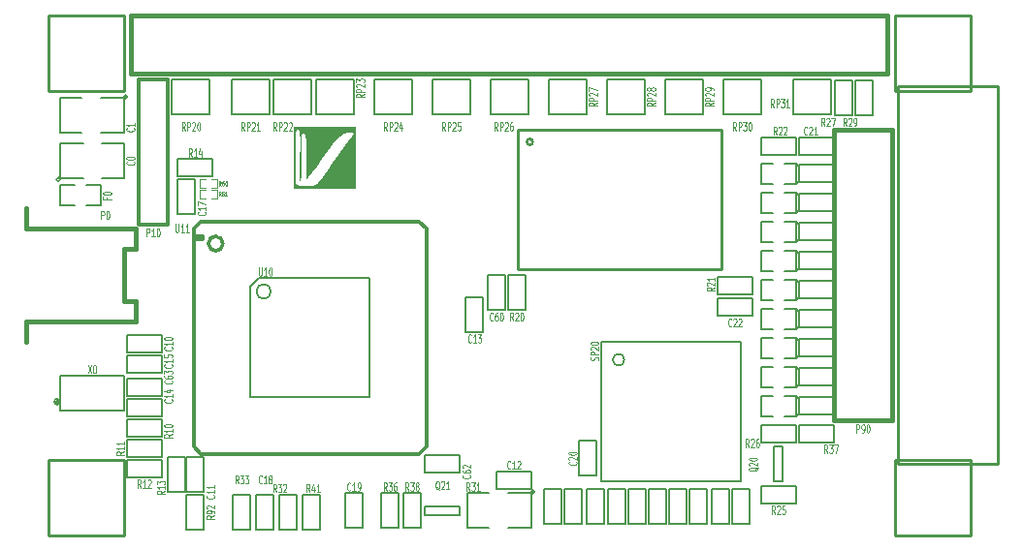
<source format=gto>
G04 (created by PCBNEW (2013-04-19 BZR 4011)-stable) date 24/06/2013 11:32:34*
%MOIN*%
G04 Gerber Fmt 3.4, Leading zero omitted, Abs format*
%FSLAX34Y34*%
G01*
G70*
G90*
G04 APERTURE LIST*
%ADD10C,2.3622e-006*%
%ADD11C,0.01*%
%ADD12C,0.005*%
%ADD13C,0.012*%
%ADD14C,0.015*%
%ADD15C,0.0001*%
%ADD16C,0.0028*%
%ADD17C,0.0045*%
G04 APERTURE END LIST*
G54D10*
G54D11*
X106650Y-43450D02*
X103200Y-43450D01*
X106650Y-56450D02*
X106650Y-43450D01*
X103200Y-56450D02*
X106650Y-56450D01*
X103200Y-43450D02*
X103200Y-56450D01*
X74000Y-58900D02*
X74000Y-56300D01*
X76600Y-58900D02*
X74000Y-58900D01*
X76600Y-56300D02*
X76600Y-58900D01*
X74000Y-56300D02*
X76600Y-56300D01*
X105700Y-58900D02*
X105700Y-56300D01*
X103100Y-58900D02*
X105700Y-58900D01*
X103100Y-56300D02*
X103100Y-58900D01*
X105700Y-56300D02*
X103100Y-56300D01*
X103100Y-43600D02*
X103100Y-41000D01*
X105700Y-43600D02*
X103100Y-43600D01*
X105700Y-41000D02*
X105700Y-43600D01*
X103100Y-41000D02*
X105700Y-41000D01*
X74000Y-41000D02*
X76600Y-41000D01*
X74000Y-43600D02*
X74000Y-41000D01*
X76600Y-43600D02*
X74000Y-43600D01*
X76600Y-41000D02*
X76600Y-43600D01*
G54D12*
X85050Y-50050D02*
X85050Y-54150D01*
X85050Y-54150D02*
X80950Y-54150D01*
X80950Y-54150D02*
X80950Y-50350D01*
X80950Y-50350D02*
X81250Y-50050D01*
X81250Y-50050D02*
X85050Y-50050D01*
X81650Y-50500D02*
G75*
G03X81650Y-50500I-250J0D01*
G74*
G01*
G54D13*
X80000Y-48850D02*
G75*
G03X80000Y-48850I-250J0D01*
G74*
G01*
X79300Y-48700D02*
X79300Y-48610D01*
X79300Y-48610D02*
X79000Y-48610D01*
X79000Y-48700D02*
X79300Y-48700D01*
X79000Y-55850D02*
X79250Y-56100D01*
X79250Y-56100D02*
X86750Y-56100D01*
X86750Y-56100D02*
X87000Y-55850D01*
X87000Y-55850D02*
X87000Y-48350D01*
X87000Y-48350D02*
X86750Y-48100D01*
X86750Y-48100D02*
X79250Y-48100D01*
X79250Y-48100D02*
X79000Y-48350D01*
X79000Y-48350D02*
X79000Y-55850D01*
G54D12*
X74420Y-46650D02*
G75*
G03X74420Y-46650I-70J0D01*
G74*
G01*
X75850Y-46600D02*
X76600Y-46600D01*
X76600Y-46600D02*
X76600Y-45400D01*
X76600Y-45400D02*
X75850Y-45400D01*
X75200Y-45400D02*
X74400Y-45400D01*
X74400Y-45400D02*
X74400Y-46600D01*
X74400Y-46600D02*
X75200Y-46600D01*
X76720Y-43800D02*
G75*
G03X76720Y-43800I-70J0D01*
G74*
G01*
X75150Y-43850D02*
X74400Y-43850D01*
X74400Y-43850D02*
X74400Y-45050D01*
X74400Y-45050D02*
X75150Y-45050D01*
X75800Y-45050D02*
X76600Y-45050D01*
X76600Y-45050D02*
X76600Y-43850D01*
X76600Y-43850D02*
X75800Y-43850D01*
X75300Y-47550D02*
X75800Y-47550D01*
X75800Y-47550D02*
X75800Y-46850D01*
X75800Y-46850D02*
X75300Y-46850D01*
X74900Y-47550D02*
X74400Y-47550D01*
X74400Y-47550D02*
X74400Y-46850D01*
X74400Y-46850D02*
X74900Y-46850D01*
X101000Y-47750D02*
X99800Y-47750D01*
X99800Y-47750D02*
X99800Y-47150D01*
X99800Y-47150D02*
X101000Y-47150D01*
X101000Y-47150D02*
X101000Y-47750D01*
X88350Y-51900D02*
X88350Y-50700D01*
X88350Y-50700D02*
X88950Y-50700D01*
X88950Y-50700D02*
X88950Y-51900D01*
X88950Y-51900D02*
X88350Y-51900D01*
X76700Y-54900D02*
X77900Y-54900D01*
X77900Y-54900D02*
X77900Y-55500D01*
X77900Y-55500D02*
X76700Y-55500D01*
X76700Y-55500D02*
X76700Y-54900D01*
X77900Y-56200D02*
X76700Y-56200D01*
X76700Y-56200D02*
X76700Y-55600D01*
X76700Y-55600D02*
X77900Y-55600D01*
X77900Y-55600D02*
X77900Y-56200D01*
X77900Y-56900D02*
X76700Y-56900D01*
X76700Y-56900D02*
X76700Y-56300D01*
X76700Y-56300D02*
X77900Y-56300D01*
X77900Y-56300D02*
X77900Y-56900D01*
X78700Y-56200D02*
X78700Y-57400D01*
X78700Y-57400D02*
X78100Y-57400D01*
X78100Y-57400D02*
X78100Y-56200D01*
X78100Y-56200D02*
X78700Y-56200D01*
X78450Y-45950D02*
X79650Y-45950D01*
X79650Y-45950D02*
X79650Y-46550D01*
X79650Y-46550D02*
X78450Y-46550D01*
X78450Y-46550D02*
X78450Y-45950D01*
X90400Y-49950D02*
X90400Y-51150D01*
X90400Y-51150D02*
X89800Y-51150D01*
X89800Y-51150D02*
X89800Y-49950D01*
X89800Y-49950D02*
X90400Y-49950D01*
X101000Y-54750D02*
X99800Y-54750D01*
X99800Y-54750D02*
X99800Y-54150D01*
X99800Y-54150D02*
X101000Y-54150D01*
X101000Y-54150D02*
X101000Y-54750D01*
X76700Y-54200D02*
X77900Y-54200D01*
X77900Y-54200D02*
X77900Y-54800D01*
X77900Y-54800D02*
X76700Y-54800D01*
X76700Y-54800D02*
X76700Y-54200D01*
X101000Y-46750D02*
X99800Y-46750D01*
X99800Y-46750D02*
X99800Y-46150D01*
X99800Y-46150D02*
X101000Y-46150D01*
X101000Y-46150D02*
X101000Y-46750D01*
X101000Y-53750D02*
X99800Y-53750D01*
X99800Y-53750D02*
X99800Y-53150D01*
X99800Y-53150D02*
X101000Y-53150D01*
X101000Y-53150D02*
X101000Y-53750D01*
X101000Y-48750D02*
X99800Y-48750D01*
X99800Y-48750D02*
X99800Y-48150D01*
X99800Y-48150D02*
X101000Y-48150D01*
X101000Y-48150D02*
X101000Y-48750D01*
X101000Y-49750D02*
X99800Y-49750D01*
X99800Y-49750D02*
X99800Y-49150D01*
X99800Y-49150D02*
X101000Y-49150D01*
X101000Y-49150D02*
X101000Y-49750D01*
X101000Y-51750D02*
X99800Y-51750D01*
X99800Y-51750D02*
X99800Y-51150D01*
X99800Y-51150D02*
X101000Y-51150D01*
X101000Y-51150D02*
X101000Y-51750D01*
X101000Y-52750D02*
X99800Y-52750D01*
X99800Y-52750D02*
X99800Y-52150D01*
X99800Y-52150D02*
X101000Y-52150D01*
X101000Y-52150D02*
X101000Y-52750D01*
X101000Y-50750D02*
X99800Y-50750D01*
X99800Y-50750D02*
X99800Y-50150D01*
X99800Y-50150D02*
X101000Y-50150D01*
X101000Y-50150D02*
X101000Y-50750D01*
X89400Y-56700D02*
X90600Y-56700D01*
X90600Y-56700D02*
X90600Y-57300D01*
X90600Y-57300D02*
X89400Y-57300D01*
X89400Y-57300D02*
X89400Y-56700D01*
X78750Y-57400D02*
X78750Y-56200D01*
X78750Y-56200D02*
X79350Y-56200D01*
X79350Y-56200D02*
X79350Y-57400D01*
X79350Y-57400D02*
X78750Y-57400D01*
X77900Y-52600D02*
X76700Y-52600D01*
X76700Y-52600D02*
X76700Y-52000D01*
X76700Y-52000D02*
X77900Y-52000D01*
X77900Y-52000D02*
X77900Y-52600D01*
X77900Y-53300D02*
X76700Y-53300D01*
X76700Y-53300D02*
X76700Y-52700D01*
X76700Y-52700D02*
X77900Y-52700D01*
X77900Y-52700D02*
X77900Y-53300D01*
X99700Y-46800D02*
X99800Y-46700D01*
X99800Y-46700D02*
X99800Y-46200D01*
X99800Y-46200D02*
X99700Y-46100D01*
X99300Y-46800D02*
X99700Y-46800D01*
X99700Y-46800D02*
X99700Y-46100D01*
X99700Y-46100D02*
X99300Y-46100D01*
X98900Y-46800D02*
X98500Y-46800D01*
X98500Y-46800D02*
X98500Y-46100D01*
X98500Y-46100D02*
X98900Y-46100D01*
X99700Y-47800D02*
X99800Y-47700D01*
X99800Y-47700D02*
X99800Y-47200D01*
X99800Y-47200D02*
X99700Y-47100D01*
X99300Y-47800D02*
X99700Y-47800D01*
X99700Y-47800D02*
X99700Y-47100D01*
X99700Y-47100D02*
X99300Y-47100D01*
X98900Y-47800D02*
X98500Y-47800D01*
X98500Y-47800D02*
X98500Y-47100D01*
X98500Y-47100D02*
X98900Y-47100D01*
X99700Y-48800D02*
X99800Y-48700D01*
X99800Y-48700D02*
X99800Y-48200D01*
X99800Y-48200D02*
X99700Y-48100D01*
X99300Y-48800D02*
X99700Y-48800D01*
X99700Y-48800D02*
X99700Y-48100D01*
X99700Y-48100D02*
X99300Y-48100D01*
X98900Y-48800D02*
X98500Y-48800D01*
X98500Y-48800D02*
X98500Y-48100D01*
X98500Y-48100D02*
X98900Y-48100D01*
X99700Y-49800D02*
X99800Y-49700D01*
X99800Y-49700D02*
X99800Y-49200D01*
X99800Y-49200D02*
X99700Y-49100D01*
X99300Y-49800D02*
X99700Y-49800D01*
X99700Y-49800D02*
X99700Y-49100D01*
X99700Y-49100D02*
X99300Y-49100D01*
X98900Y-49800D02*
X98500Y-49800D01*
X98500Y-49800D02*
X98500Y-49100D01*
X98500Y-49100D02*
X98900Y-49100D01*
X99700Y-51800D02*
X99800Y-51700D01*
X99800Y-51700D02*
X99800Y-51200D01*
X99800Y-51200D02*
X99700Y-51100D01*
X99300Y-51800D02*
X99700Y-51800D01*
X99700Y-51800D02*
X99700Y-51100D01*
X99700Y-51100D02*
X99300Y-51100D01*
X98900Y-51800D02*
X98500Y-51800D01*
X98500Y-51800D02*
X98500Y-51100D01*
X98500Y-51100D02*
X98900Y-51100D01*
X99700Y-50800D02*
X99800Y-50700D01*
X99800Y-50700D02*
X99800Y-50200D01*
X99800Y-50200D02*
X99700Y-50100D01*
X99300Y-50800D02*
X99700Y-50800D01*
X99700Y-50800D02*
X99700Y-50100D01*
X99700Y-50100D02*
X99300Y-50100D01*
X98900Y-50800D02*
X98500Y-50800D01*
X98500Y-50800D02*
X98500Y-50100D01*
X98500Y-50100D02*
X98900Y-50100D01*
X99700Y-52800D02*
X99800Y-52700D01*
X99800Y-52700D02*
X99800Y-52200D01*
X99800Y-52200D02*
X99700Y-52100D01*
X99300Y-52800D02*
X99700Y-52800D01*
X99700Y-52800D02*
X99700Y-52100D01*
X99700Y-52100D02*
X99300Y-52100D01*
X98900Y-52800D02*
X98500Y-52800D01*
X98500Y-52800D02*
X98500Y-52100D01*
X98500Y-52100D02*
X98900Y-52100D01*
X99700Y-53800D02*
X99800Y-53700D01*
X99800Y-53700D02*
X99800Y-53200D01*
X99800Y-53200D02*
X99700Y-53100D01*
X99300Y-53800D02*
X99700Y-53800D01*
X99700Y-53800D02*
X99700Y-53100D01*
X99700Y-53100D02*
X99300Y-53100D01*
X98900Y-53800D02*
X98500Y-53800D01*
X98500Y-53800D02*
X98500Y-53100D01*
X98500Y-53100D02*
X98900Y-53100D01*
X99700Y-54800D02*
X99800Y-54700D01*
X99800Y-54700D02*
X99800Y-54200D01*
X99800Y-54200D02*
X99700Y-54100D01*
X99300Y-54800D02*
X99700Y-54800D01*
X99700Y-54800D02*
X99700Y-54100D01*
X99700Y-54100D02*
X99300Y-54100D01*
X98900Y-54800D02*
X98500Y-54800D01*
X98500Y-54800D02*
X98500Y-54100D01*
X98500Y-54100D02*
X98900Y-54100D01*
X78450Y-47850D02*
X78450Y-46650D01*
X78450Y-46650D02*
X79050Y-46650D01*
X79050Y-46650D02*
X79050Y-47850D01*
X79050Y-47850D02*
X78450Y-47850D01*
X99800Y-45200D02*
X101000Y-45200D01*
X101000Y-45200D02*
X101000Y-45800D01*
X101000Y-45800D02*
X99800Y-45800D01*
X99800Y-45800D02*
X99800Y-45200D01*
G54D14*
X103000Y-44950D02*
X103000Y-54950D01*
X103000Y-54950D02*
X101000Y-54950D01*
X101000Y-54950D02*
X101000Y-44950D01*
X101000Y-44950D02*
X103000Y-44950D01*
G54D12*
X98200Y-50600D02*
X97000Y-50600D01*
X97000Y-50600D02*
X97000Y-50000D01*
X97000Y-50000D02*
X98200Y-50000D01*
X98200Y-50000D02*
X98200Y-50600D01*
X98500Y-45200D02*
X99700Y-45200D01*
X99700Y-45200D02*
X99700Y-45800D01*
X99700Y-45800D02*
X98500Y-45800D01*
X98500Y-45800D02*
X98500Y-45200D01*
X98500Y-57200D02*
X99700Y-57200D01*
X99700Y-57200D02*
X99700Y-57800D01*
X99700Y-57800D02*
X98500Y-57800D01*
X98500Y-57800D02*
X98500Y-57200D01*
X99700Y-55700D02*
X98500Y-55700D01*
X98500Y-55700D02*
X98500Y-55100D01*
X98500Y-55100D02*
X99700Y-55100D01*
X99700Y-55100D02*
X99700Y-55700D01*
X101650Y-43250D02*
X101650Y-44450D01*
X101650Y-44450D02*
X101050Y-44450D01*
X101050Y-44450D02*
X101050Y-43250D01*
X101050Y-43250D02*
X101650Y-43250D01*
X99250Y-55850D02*
X99250Y-57050D01*
X99250Y-57050D02*
X98950Y-57050D01*
X98950Y-57050D02*
X98950Y-55850D01*
X98950Y-55850D02*
X99250Y-55850D01*
X93800Y-52850D02*
G75*
G03X93800Y-52850I-200J0D01*
G74*
G01*
X93000Y-57050D02*
X93000Y-52250D01*
X93000Y-52250D02*
X97800Y-52250D01*
X97800Y-52250D02*
X97800Y-57050D01*
X97800Y-57050D02*
X93000Y-57050D01*
G54D14*
X73250Y-51550D02*
X73250Y-52250D01*
X77000Y-51550D02*
X73250Y-51550D01*
X73250Y-47650D02*
X73250Y-48350D01*
X73250Y-48350D02*
X77000Y-48350D01*
X77000Y-49050D02*
X76600Y-49050D01*
X77000Y-48350D02*
X77000Y-49050D01*
X76600Y-49050D02*
X76600Y-50850D01*
X76600Y-50850D02*
X77000Y-50850D01*
X77000Y-50850D02*
X77000Y-51550D01*
X102850Y-43000D02*
X76850Y-43000D01*
X76850Y-41000D02*
X102850Y-41000D01*
X102850Y-41000D02*
X102850Y-43000D01*
X76850Y-43000D02*
X76850Y-41000D01*
G54D12*
X101750Y-44450D02*
X101750Y-43250D01*
X101750Y-43250D02*
X102350Y-43250D01*
X102350Y-43250D02*
X102350Y-44450D01*
X102350Y-44450D02*
X101750Y-44450D01*
X90720Y-57400D02*
G75*
G03X90720Y-57400I-70J0D01*
G74*
G01*
X89150Y-57450D02*
X88400Y-57450D01*
X88400Y-57450D02*
X88400Y-58650D01*
X88400Y-58650D02*
X89150Y-58650D01*
X89800Y-58650D02*
X90600Y-58650D01*
X90600Y-58650D02*
X90600Y-57450D01*
X90600Y-57450D02*
X89800Y-57450D01*
X74400Y-54300D02*
G75*
G03X74400Y-54300I-100J0D01*
G74*
G01*
X74350Y-54300D02*
G75*
G03X74350Y-54300I-50J0D01*
G74*
G01*
X74400Y-53400D02*
X74400Y-54600D01*
X74400Y-54600D02*
X76600Y-54600D01*
X76600Y-53400D02*
X76600Y-54600D01*
X74400Y-53400D02*
X76600Y-53400D01*
X81150Y-58700D02*
X81150Y-57500D01*
X81150Y-57500D02*
X81750Y-57500D01*
X81750Y-57500D02*
X81750Y-58700D01*
X81750Y-58700D02*
X81150Y-58700D01*
X84800Y-57450D02*
X84800Y-58650D01*
X84800Y-58650D02*
X84200Y-58650D01*
X84200Y-58650D02*
X84200Y-57450D01*
X84200Y-57450D02*
X84800Y-57450D01*
X80950Y-57500D02*
X80950Y-58700D01*
X80950Y-58700D02*
X80350Y-58700D01*
X80350Y-58700D02*
X80350Y-57500D01*
X80350Y-57500D02*
X80950Y-57500D01*
X79350Y-57500D02*
X79350Y-58700D01*
X79350Y-58700D02*
X78750Y-58700D01*
X78750Y-58700D02*
X78750Y-57500D01*
X78750Y-57500D02*
X79350Y-57500D01*
X88150Y-58200D02*
X86950Y-58200D01*
X86950Y-58200D02*
X86950Y-57900D01*
X86950Y-57900D02*
X88150Y-57900D01*
X88150Y-57900D02*
X88150Y-58200D01*
X85450Y-58650D02*
X85450Y-57450D01*
X85450Y-57450D02*
X86050Y-57450D01*
X86050Y-57450D02*
X86050Y-58650D01*
X86050Y-58650D02*
X85450Y-58650D01*
G54D13*
X77100Y-48200D02*
X78100Y-48200D01*
X78100Y-43200D02*
X77100Y-43200D01*
X77100Y-48200D02*
X77100Y-43200D01*
X78100Y-43200D02*
X78100Y-48200D01*
G54D12*
X96800Y-58500D02*
X96800Y-57300D01*
X96800Y-57300D02*
X97400Y-57300D01*
X97400Y-57300D02*
X97400Y-58500D01*
X97400Y-58500D02*
X96800Y-58500D01*
X96650Y-57300D02*
X96650Y-58500D01*
X96650Y-58500D02*
X96050Y-58500D01*
X96050Y-58500D02*
X96050Y-57300D01*
X96050Y-57300D02*
X96650Y-57300D01*
X95950Y-57300D02*
X95950Y-58500D01*
X95950Y-58500D02*
X95350Y-58500D01*
X95350Y-58500D02*
X95350Y-57300D01*
X95350Y-57300D02*
X95950Y-57300D01*
X95250Y-57300D02*
X95250Y-58500D01*
X95250Y-58500D02*
X94650Y-58500D01*
X94650Y-58500D02*
X94650Y-57300D01*
X94650Y-57300D02*
X95250Y-57300D01*
X94550Y-57300D02*
X94550Y-58500D01*
X94550Y-58500D02*
X93950Y-58500D01*
X93950Y-58500D02*
X93950Y-57300D01*
X93950Y-57300D02*
X94550Y-57300D01*
X93250Y-58500D02*
X93250Y-57300D01*
X93250Y-57300D02*
X93850Y-57300D01*
X93850Y-57300D02*
X93850Y-58500D01*
X93850Y-58500D02*
X93250Y-58500D01*
X93100Y-57300D02*
X93100Y-58500D01*
X93100Y-58500D02*
X92500Y-58500D01*
X92500Y-58500D02*
X92500Y-57300D01*
X92500Y-57300D02*
X93100Y-57300D01*
X92350Y-57300D02*
X92350Y-58500D01*
X92350Y-58500D02*
X91750Y-58500D01*
X91750Y-58500D02*
X91750Y-57300D01*
X91750Y-57300D02*
X92350Y-57300D01*
X91650Y-57300D02*
X91650Y-58500D01*
X91650Y-58500D02*
X91050Y-58500D01*
X91050Y-58500D02*
X91050Y-57300D01*
X91050Y-57300D02*
X91650Y-57300D01*
X97500Y-58500D02*
X97500Y-57300D01*
X97500Y-57300D02*
X98100Y-57300D01*
X98100Y-57300D02*
X98100Y-58500D01*
X98100Y-58500D02*
X97500Y-58500D01*
X81950Y-58700D02*
X81950Y-57500D01*
X81950Y-57500D02*
X82550Y-57500D01*
X82550Y-57500D02*
X82550Y-58700D01*
X82550Y-58700D02*
X81950Y-58700D01*
X92850Y-55650D02*
X92850Y-56850D01*
X92850Y-56850D02*
X92250Y-56850D01*
X92250Y-56850D02*
X92250Y-55650D01*
X92250Y-55650D02*
X92850Y-55650D01*
X101000Y-55700D02*
X99800Y-55700D01*
X99800Y-55700D02*
X99800Y-55100D01*
X99800Y-55100D02*
X101000Y-55100D01*
X101000Y-55100D02*
X101000Y-55700D01*
X86200Y-58650D02*
X86200Y-57450D01*
X86200Y-57450D02*
X86800Y-57450D01*
X86800Y-57450D02*
X86800Y-58650D01*
X86800Y-58650D02*
X86200Y-58650D01*
G54D15*
G36*
X84566Y-46966D02*
X84566Y-44834D01*
X82434Y-44834D01*
X82434Y-46966D01*
X82865Y-46966D01*
X82865Y-46866D01*
X82861Y-46866D01*
X82660Y-46862D01*
X82558Y-46846D01*
X82521Y-46813D01*
X82519Y-46803D01*
X82511Y-46688D01*
X82506Y-46473D01*
X82502Y-46184D01*
X82500Y-45848D01*
X82501Y-45686D01*
X82502Y-45363D01*
X82507Y-45146D01*
X82516Y-45015D01*
X82529Y-44951D01*
X82549Y-44934D01*
X82585Y-44940D01*
X82625Y-44980D01*
X82650Y-45076D01*
X82661Y-45247D01*
X82661Y-45511D01*
X82652Y-45890D01*
X82643Y-46243D01*
X82642Y-46504D01*
X82649Y-46652D01*
X82664Y-46700D01*
X82678Y-46664D01*
X82691Y-46519D01*
X82698Y-46255D01*
X82700Y-45867D01*
X82700Y-45812D01*
X82702Y-45477D01*
X82706Y-45253D01*
X82715Y-45117D01*
X82729Y-45051D01*
X82749Y-45034D01*
X82768Y-45035D01*
X82812Y-45065D01*
X82841Y-45148D01*
X82857Y-45305D01*
X82862Y-45554D01*
X82860Y-45916D01*
X82858Y-46186D01*
X82858Y-46435D01*
X82861Y-46603D01*
X82867Y-46664D01*
X82872Y-46659D01*
X82935Y-46580D01*
X83056Y-46417D01*
X83222Y-46191D01*
X83417Y-45922D01*
X83498Y-45812D01*
X83697Y-45539D01*
X83842Y-45350D01*
X83947Y-45228D01*
X84027Y-45154D01*
X84098Y-45109D01*
X84169Y-45080D01*
X84317Y-45042D01*
X84445Y-45031D01*
X84500Y-45054D01*
X84493Y-45065D01*
X84430Y-45160D01*
X84311Y-45331D01*
X84152Y-45557D01*
X83969Y-45814D01*
X83777Y-46080D01*
X83595Y-46333D01*
X83437Y-46551D01*
X83318Y-46711D01*
X83256Y-46791D01*
X83235Y-46813D01*
X83173Y-46848D01*
X83064Y-46863D01*
X82865Y-46866D01*
X82865Y-46966D01*
X84566Y-46966D01*
X84566Y-46966D01*
G37*
G54D12*
X82750Y-58700D02*
X82750Y-57500D01*
X82750Y-57500D02*
X83350Y-57500D01*
X83350Y-57500D02*
X83350Y-58700D01*
X83350Y-58700D02*
X82750Y-58700D01*
X89100Y-51150D02*
X89100Y-49950D01*
X89100Y-49950D02*
X89700Y-49950D01*
X89700Y-49950D02*
X89700Y-51150D01*
X89700Y-51150D02*
X89100Y-51150D01*
X88150Y-56750D02*
X86950Y-56750D01*
X86950Y-56750D02*
X86950Y-56150D01*
X86950Y-56150D02*
X88150Y-56150D01*
X88150Y-56150D02*
X88150Y-56750D01*
X76700Y-53500D02*
X77900Y-53500D01*
X77900Y-53500D02*
X77900Y-54100D01*
X77900Y-54100D02*
X76700Y-54100D01*
X76700Y-54100D02*
X76700Y-53500D01*
G54D16*
X79600Y-46950D02*
X79800Y-46950D01*
X79800Y-46950D02*
X79800Y-46650D01*
X79800Y-46650D02*
X79600Y-46650D01*
X79400Y-46950D02*
X79200Y-46950D01*
X79200Y-46950D02*
X79200Y-46650D01*
X79200Y-46650D02*
X79400Y-46650D01*
X79600Y-47300D02*
X79800Y-47300D01*
X79800Y-47300D02*
X79800Y-47000D01*
X79800Y-47000D02*
X79600Y-47000D01*
X79400Y-47300D02*
X79200Y-47300D01*
X79200Y-47300D02*
X79200Y-47000D01*
X79200Y-47000D02*
X79400Y-47000D01*
G54D11*
X97150Y-49750D02*
X97150Y-44950D01*
X90150Y-44950D02*
X90150Y-49750D01*
X90150Y-49750D02*
X97150Y-49750D01*
X90150Y-44950D02*
X97150Y-44950D01*
X90650Y-45350D02*
G75*
G03X90650Y-45350I-100J0D01*
G74*
G01*
G54D12*
X97000Y-50750D02*
X98200Y-50750D01*
X98200Y-50750D02*
X98200Y-51350D01*
X98200Y-51350D02*
X97000Y-51350D01*
X97000Y-51350D02*
X97000Y-50750D01*
X100900Y-44400D02*
X99600Y-44400D01*
X99600Y-44400D02*
X99600Y-43200D01*
X100900Y-43200D02*
X99600Y-43200D01*
X100900Y-44400D02*
X100900Y-43200D01*
X98500Y-44400D02*
X97200Y-44400D01*
X97200Y-44400D02*
X97200Y-43200D01*
X98500Y-43200D02*
X97200Y-43200D01*
X98500Y-44400D02*
X98500Y-43200D01*
X96500Y-44400D02*
X95200Y-44400D01*
X95200Y-44400D02*
X95200Y-43200D01*
X96500Y-43200D02*
X95200Y-43200D01*
X96500Y-44400D02*
X96500Y-43200D01*
X94500Y-44400D02*
X93200Y-44400D01*
X93200Y-44400D02*
X93200Y-43200D01*
X94500Y-43200D02*
X93200Y-43200D01*
X94500Y-44400D02*
X94500Y-43200D01*
X92500Y-44400D02*
X91200Y-44400D01*
X91200Y-44400D02*
X91200Y-43200D01*
X92500Y-43200D02*
X91200Y-43200D01*
X92500Y-44400D02*
X92500Y-43200D01*
X90500Y-44400D02*
X89200Y-44400D01*
X89200Y-44400D02*
X89200Y-43200D01*
X90500Y-43200D02*
X89200Y-43200D01*
X90500Y-44400D02*
X90500Y-43200D01*
X88500Y-44400D02*
X87200Y-44400D01*
X87200Y-44400D02*
X87200Y-43200D01*
X88500Y-43200D02*
X87200Y-43200D01*
X88500Y-44400D02*
X88500Y-43200D01*
X86500Y-44400D02*
X85200Y-44400D01*
X85200Y-44400D02*
X85200Y-43200D01*
X86500Y-43200D02*
X85200Y-43200D01*
X86500Y-44400D02*
X86500Y-43200D01*
X84500Y-44400D02*
X83200Y-44400D01*
X83200Y-44400D02*
X83200Y-43200D01*
X84500Y-43200D02*
X83200Y-43200D01*
X84500Y-44400D02*
X84500Y-43200D01*
X83050Y-44400D02*
X81750Y-44400D01*
X81750Y-44400D02*
X81750Y-43200D01*
X83050Y-43200D02*
X81750Y-43200D01*
X83050Y-44400D02*
X83050Y-43200D01*
X81600Y-44400D02*
X80300Y-44400D01*
X80300Y-44400D02*
X80300Y-43200D01*
X81600Y-43200D02*
X80300Y-43200D01*
X81600Y-44400D02*
X81600Y-43200D01*
X79550Y-44400D02*
X78250Y-44400D01*
X78250Y-44400D02*
X78250Y-43200D01*
X79550Y-43200D02*
X78250Y-43200D01*
X79550Y-44400D02*
X79550Y-43200D01*
G54D17*
X81227Y-49683D02*
X81227Y-49910D01*
X81235Y-49936D01*
X81244Y-49950D01*
X81261Y-49963D01*
X81295Y-49963D01*
X81312Y-49950D01*
X81321Y-49936D01*
X81330Y-49910D01*
X81330Y-49683D01*
X81510Y-49963D02*
X81407Y-49963D01*
X81458Y-49963D02*
X81458Y-49683D01*
X81441Y-49723D01*
X81424Y-49750D01*
X81407Y-49763D01*
X81621Y-49683D02*
X81638Y-49683D01*
X81655Y-49696D01*
X81664Y-49710D01*
X81672Y-49736D01*
X81681Y-49790D01*
X81681Y-49856D01*
X81672Y-49910D01*
X81664Y-49936D01*
X81655Y-49950D01*
X81638Y-49963D01*
X81621Y-49963D01*
X81604Y-49950D01*
X81595Y-49936D01*
X81587Y-49910D01*
X81578Y-49856D01*
X81578Y-49790D01*
X81587Y-49736D01*
X81595Y-49710D01*
X81604Y-49696D01*
X81621Y-49683D01*
X78377Y-48183D02*
X78377Y-48410D01*
X78385Y-48436D01*
X78394Y-48450D01*
X78411Y-48463D01*
X78445Y-48463D01*
X78462Y-48450D01*
X78471Y-48436D01*
X78480Y-48410D01*
X78480Y-48183D01*
X78660Y-48463D02*
X78557Y-48463D01*
X78608Y-48463D02*
X78608Y-48183D01*
X78591Y-48223D01*
X78574Y-48250D01*
X78557Y-48263D01*
X78831Y-48463D02*
X78728Y-48463D01*
X78780Y-48463D02*
X78780Y-48183D01*
X78762Y-48223D01*
X78745Y-48250D01*
X78728Y-48263D01*
X76936Y-46030D02*
X76950Y-46038D01*
X76963Y-46064D01*
X76963Y-46081D01*
X76950Y-46107D01*
X76923Y-46124D01*
X76896Y-46132D01*
X76843Y-46141D01*
X76803Y-46141D01*
X76750Y-46132D01*
X76723Y-46124D01*
X76696Y-46107D01*
X76683Y-46081D01*
X76683Y-46064D01*
X76696Y-46038D01*
X76710Y-46030D01*
X76683Y-45918D02*
X76683Y-45901D01*
X76696Y-45884D01*
X76710Y-45875D01*
X76736Y-45867D01*
X76790Y-45858D01*
X76856Y-45858D01*
X76910Y-45867D01*
X76936Y-45875D01*
X76950Y-45884D01*
X76963Y-45901D01*
X76963Y-45918D01*
X76950Y-45935D01*
X76936Y-45944D01*
X76910Y-45952D01*
X76856Y-45961D01*
X76790Y-45961D01*
X76736Y-45952D01*
X76710Y-45944D01*
X76696Y-45935D01*
X76683Y-45918D01*
X76936Y-44880D02*
X76950Y-44888D01*
X76963Y-44914D01*
X76963Y-44931D01*
X76950Y-44957D01*
X76923Y-44974D01*
X76896Y-44982D01*
X76843Y-44991D01*
X76803Y-44991D01*
X76750Y-44982D01*
X76723Y-44974D01*
X76696Y-44957D01*
X76683Y-44931D01*
X76683Y-44914D01*
X76696Y-44888D01*
X76710Y-44880D01*
X76963Y-44708D02*
X76963Y-44811D01*
X76963Y-44760D02*
X76683Y-44760D01*
X76723Y-44777D01*
X76750Y-44794D01*
X76763Y-44811D01*
X76016Y-47260D02*
X76016Y-47320D01*
X76163Y-47320D02*
X75883Y-47320D01*
X75883Y-47234D01*
X75883Y-47131D02*
X75883Y-47114D01*
X75896Y-47097D01*
X75910Y-47088D01*
X75936Y-47080D01*
X75990Y-47071D01*
X76056Y-47071D01*
X76110Y-47080D01*
X76136Y-47088D01*
X76150Y-47097D01*
X76163Y-47114D01*
X76163Y-47131D01*
X76150Y-47148D01*
X76136Y-47157D01*
X76110Y-47165D01*
X76056Y-47174D01*
X75990Y-47174D01*
X75936Y-47165D01*
X75910Y-47157D01*
X75896Y-47148D01*
X75883Y-47131D01*
X88534Y-52236D02*
X88525Y-52250D01*
X88500Y-52263D01*
X88482Y-52263D01*
X88457Y-52250D01*
X88440Y-52223D01*
X88431Y-52196D01*
X88422Y-52143D01*
X88422Y-52103D01*
X88431Y-52050D01*
X88440Y-52023D01*
X88457Y-51996D01*
X88482Y-51983D01*
X88500Y-51983D01*
X88525Y-51996D01*
X88534Y-52010D01*
X88705Y-52263D02*
X88602Y-52263D01*
X88654Y-52263D02*
X88654Y-51983D01*
X88637Y-52023D01*
X88620Y-52050D01*
X88602Y-52063D01*
X88765Y-51983D02*
X88877Y-51983D01*
X88817Y-52090D01*
X88842Y-52090D01*
X88860Y-52103D01*
X88868Y-52116D01*
X88877Y-52143D01*
X88877Y-52210D01*
X88868Y-52236D01*
X88860Y-52250D01*
X88842Y-52263D01*
X88791Y-52263D01*
X88774Y-52250D01*
X88765Y-52236D01*
X78263Y-55415D02*
X78130Y-55475D01*
X78263Y-55518D02*
X77983Y-55518D01*
X77983Y-55450D01*
X77996Y-55432D01*
X78010Y-55424D01*
X78036Y-55415D01*
X78076Y-55415D01*
X78103Y-55424D01*
X78116Y-55432D01*
X78130Y-55450D01*
X78130Y-55518D01*
X78263Y-55244D02*
X78263Y-55347D01*
X78263Y-55295D02*
X77983Y-55295D01*
X78023Y-55312D01*
X78050Y-55330D01*
X78063Y-55347D01*
X77983Y-55132D02*
X77983Y-55115D01*
X77996Y-55098D01*
X78010Y-55090D01*
X78036Y-55081D01*
X78090Y-55072D01*
X78156Y-55072D01*
X78210Y-55081D01*
X78236Y-55090D01*
X78250Y-55098D01*
X78263Y-55115D01*
X78263Y-55132D01*
X78250Y-55150D01*
X78236Y-55158D01*
X78210Y-55167D01*
X78156Y-55175D01*
X78090Y-55175D01*
X78036Y-55167D01*
X78010Y-55158D01*
X77996Y-55150D01*
X77983Y-55132D01*
X76613Y-56015D02*
X76480Y-56075D01*
X76613Y-56118D02*
X76333Y-56118D01*
X76333Y-56050D01*
X76346Y-56032D01*
X76360Y-56024D01*
X76386Y-56015D01*
X76426Y-56015D01*
X76453Y-56024D01*
X76466Y-56032D01*
X76480Y-56050D01*
X76480Y-56118D01*
X76613Y-55844D02*
X76613Y-55947D01*
X76613Y-55895D02*
X76333Y-55895D01*
X76373Y-55912D01*
X76400Y-55930D01*
X76413Y-55947D01*
X76613Y-55672D02*
X76613Y-55775D01*
X76613Y-55724D02*
X76333Y-55724D01*
X76373Y-55741D01*
X76400Y-55758D01*
X76413Y-55775D01*
X77184Y-57263D02*
X77124Y-57130D01*
X77081Y-57263D02*
X77081Y-56983D01*
X77150Y-56983D01*
X77167Y-56996D01*
X77175Y-57010D01*
X77184Y-57036D01*
X77184Y-57076D01*
X77175Y-57103D01*
X77167Y-57116D01*
X77150Y-57130D01*
X77081Y-57130D01*
X77355Y-57263D02*
X77252Y-57263D01*
X77304Y-57263D02*
X77304Y-56983D01*
X77287Y-57023D01*
X77270Y-57050D01*
X77252Y-57063D01*
X77424Y-57010D02*
X77432Y-56996D01*
X77450Y-56983D01*
X77492Y-56983D01*
X77510Y-56996D01*
X77518Y-57010D01*
X77527Y-57036D01*
X77527Y-57063D01*
X77518Y-57103D01*
X77415Y-57263D01*
X77527Y-57263D01*
X78013Y-57365D02*
X77880Y-57425D01*
X78013Y-57468D02*
X77733Y-57468D01*
X77733Y-57400D01*
X77746Y-57382D01*
X77760Y-57374D01*
X77786Y-57365D01*
X77826Y-57365D01*
X77853Y-57374D01*
X77866Y-57382D01*
X77880Y-57400D01*
X77880Y-57468D01*
X78013Y-57194D02*
X78013Y-57297D01*
X78013Y-57245D02*
X77733Y-57245D01*
X77773Y-57262D01*
X77800Y-57280D01*
X77813Y-57297D01*
X77733Y-57134D02*
X77733Y-57022D01*
X77840Y-57082D01*
X77840Y-57057D01*
X77853Y-57040D01*
X77866Y-57031D01*
X77893Y-57022D01*
X77960Y-57022D01*
X77986Y-57031D01*
X78000Y-57040D01*
X78013Y-57057D01*
X78013Y-57108D01*
X78000Y-57125D01*
X77986Y-57134D01*
X78934Y-45863D02*
X78874Y-45730D01*
X78831Y-45863D02*
X78831Y-45583D01*
X78900Y-45583D01*
X78917Y-45596D01*
X78925Y-45610D01*
X78934Y-45636D01*
X78934Y-45676D01*
X78925Y-45703D01*
X78917Y-45716D01*
X78900Y-45730D01*
X78831Y-45730D01*
X79105Y-45863D02*
X79002Y-45863D01*
X79054Y-45863D02*
X79054Y-45583D01*
X79037Y-45623D01*
X79020Y-45650D01*
X79002Y-45663D01*
X79260Y-45676D02*
X79260Y-45863D01*
X79217Y-45570D02*
X79174Y-45770D01*
X79285Y-45770D01*
X89984Y-51513D02*
X89924Y-51380D01*
X89881Y-51513D02*
X89881Y-51233D01*
X89950Y-51233D01*
X89967Y-51246D01*
X89975Y-51260D01*
X89984Y-51286D01*
X89984Y-51326D01*
X89975Y-51353D01*
X89967Y-51366D01*
X89950Y-51380D01*
X89881Y-51380D01*
X90052Y-51260D02*
X90061Y-51246D01*
X90078Y-51233D01*
X90121Y-51233D01*
X90138Y-51246D01*
X90147Y-51260D01*
X90155Y-51286D01*
X90155Y-51313D01*
X90147Y-51353D01*
X90044Y-51513D01*
X90155Y-51513D01*
X90267Y-51233D02*
X90284Y-51233D01*
X90301Y-51246D01*
X90310Y-51260D01*
X90318Y-51286D01*
X90327Y-51340D01*
X90327Y-51406D01*
X90318Y-51460D01*
X90310Y-51486D01*
X90301Y-51500D01*
X90284Y-51513D01*
X90267Y-51513D01*
X90250Y-51500D01*
X90241Y-51486D01*
X90232Y-51460D01*
X90224Y-51406D01*
X90224Y-51340D01*
X90232Y-51286D01*
X90241Y-51260D01*
X90250Y-51246D01*
X90267Y-51233D01*
X78236Y-54215D02*
X78250Y-54224D01*
X78263Y-54250D01*
X78263Y-54267D01*
X78250Y-54292D01*
X78223Y-54310D01*
X78196Y-54318D01*
X78143Y-54327D01*
X78103Y-54327D01*
X78050Y-54318D01*
X78023Y-54310D01*
X77996Y-54292D01*
X77983Y-54267D01*
X77983Y-54250D01*
X77996Y-54224D01*
X78010Y-54215D01*
X78263Y-54044D02*
X78263Y-54147D01*
X78263Y-54095D02*
X77983Y-54095D01*
X78023Y-54112D01*
X78050Y-54130D01*
X78063Y-54147D01*
X78076Y-53890D02*
X78263Y-53890D01*
X77970Y-53932D02*
X78170Y-53975D01*
X78170Y-53864D01*
X89884Y-56586D02*
X89875Y-56600D01*
X89850Y-56613D01*
X89832Y-56613D01*
X89807Y-56600D01*
X89790Y-56573D01*
X89781Y-56546D01*
X89772Y-56493D01*
X89772Y-56453D01*
X89781Y-56400D01*
X89790Y-56373D01*
X89807Y-56346D01*
X89832Y-56333D01*
X89850Y-56333D01*
X89875Y-56346D01*
X89884Y-56360D01*
X90055Y-56613D02*
X89952Y-56613D01*
X90004Y-56613D02*
X90004Y-56333D01*
X89987Y-56373D01*
X89970Y-56400D01*
X89952Y-56413D01*
X90124Y-56360D02*
X90132Y-56346D01*
X90150Y-56333D01*
X90192Y-56333D01*
X90210Y-56346D01*
X90218Y-56360D01*
X90227Y-56386D01*
X90227Y-56413D01*
X90218Y-56453D01*
X90115Y-56613D01*
X90227Y-56613D01*
X79686Y-57515D02*
X79700Y-57524D01*
X79713Y-57550D01*
X79713Y-57567D01*
X79700Y-57592D01*
X79673Y-57610D01*
X79646Y-57618D01*
X79593Y-57627D01*
X79553Y-57627D01*
X79500Y-57618D01*
X79473Y-57610D01*
X79446Y-57592D01*
X79433Y-57567D01*
X79433Y-57550D01*
X79446Y-57524D01*
X79460Y-57515D01*
X79713Y-57344D02*
X79713Y-57447D01*
X79713Y-57395D02*
X79433Y-57395D01*
X79473Y-57412D01*
X79500Y-57430D01*
X79513Y-57447D01*
X79713Y-57172D02*
X79713Y-57275D01*
X79713Y-57224D02*
X79433Y-57224D01*
X79473Y-57241D01*
X79500Y-57258D01*
X79513Y-57275D01*
X78236Y-52415D02*
X78250Y-52424D01*
X78263Y-52450D01*
X78263Y-52467D01*
X78250Y-52492D01*
X78223Y-52510D01*
X78196Y-52518D01*
X78143Y-52527D01*
X78103Y-52527D01*
X78050Y-52518D01*
X78023Y-52510D01*
X77996Y-52492D01*
X77983Y-52467D01*
X77983Y-52450D01*
X77996Y-52424D01*
X78010Y-52415D01*
X78263Y-52244D02*
X78263Y-52347D01*
X78263Y-52295D02*
X77983Y-52295D01*
X78023Y-52312D01*
X78050Y-52330D01*
X78063Y-52347D01*
X77983Y-52132D02*
X77983Y-52115D01*
X77996Y-52098D01*
X78010Y-52090D01*
X78036Y-52081D01*
X78090Y-52072D01*
X78156Y-52072D01*
X78210Y-52081D01*
X78236Y-52090D01*
X78250Y-52098D01*
X78263Y-52115D01*
X78263Y-52132D01*
X78250Y-52150D01*
X78236Y-52158D01*
X78210Y-52167D01*
X78156Y-52175D01*
X78090Y-52175D01*
X78036Y-52167D01*
X78010Y-52158D01*
X77996Y-52150D01*
X77983Y-52132D01*
X78236Y-53015D02*
X78250Y-53024D01*
X78263Y-53050D01*
X78263Y-53067D01*
X78250Y-53092D01*
X78223Y-53110D01*
X78196Y-53118D01*
X78143Y-53127D01*
X78103Y-53127D01*
X78050Y-53118D01*
X78023Y-53110D01*
X77996Y-53092D01*
X77983Y-53067D01*
X77983Y-53050D01*
X77996Y-53024D01*
X78010Y-53015D01*
X78263Y-52844D02*
X78263Y-52947D01*
X78263Y-52895D02*
X77983Y-52895D01*
X78023Y-52912D01*
X78050Y-52930D01*
X78063Y-52947D01*
X77983Y-52681D02*
X77983Y-52767D01*
X78116Y-52775D01*
X78103Y-52767D01*
X78090Y-52750D01*
X78090Y-52707D01*
X78103Y-52690D01*
X78116Y-52681D01*
X78143Y-52672D01*
X78210Y-52672D01*
X78236Y-52681D01*
X78250Y-52690D01*
X78263Y-52707D01*
X78263Y-52750D01*
X78250Y-52767D01*
X78236Y-52775D01*
X79386Y-47765D02*
X79400Y-47774D01*
X79413Y-47800D01*
X79413Y-47817D01*
X79400Y-47842D01*
X79373Y-47860D01*
X79346Y-47868D01*
X79293Y-47877D01*
X79253Y-47877D01*
X79200Y-47868D01*
X79173Y-47860D01*
X79146Y-47842D01*
X79133Y-47817D01*
X79133Y-47800D01*
X79146Y-47774D01*
X79160Y-47765D01*
X79413Y-47594D02*
X79413Y-47697D01*
X79413Y-47645D02*
X79133Y-47645D01*
X79173Y-47662D01*
X79200Y-47680D01*
X79213Y-47697D01*
X79133Y-47534D02*
X79133Y-47414D01*
X79413Y-47491D01*
X100084Y-45086D02*
X100075Y-45100D01*
X100050Y-45113D01*
X100032Y-45113D01*
X100007Y-45100D01*
X99990Y-45073D01*
X99981Y-45046D01*
X99972Y-44993D01*
X99972Y-44953D01*
X99981Y-44900D01*
X99990Y-44873D01*
X100007Y-44846D01*
X100032Y-44833D01*
X100050Y-44833D01*
X100075Y-44846D01*
X100084Y-44860D01*
X100152Y-44860D02*
X100161Y-44846D01*
X100178Y-44833D01*
X100221Y-44833D01*
X100238Y-44846D01*
X100247Y-44860D01*
X100255Y-44886D01*
X100255Y-44913D01*
X100247Y-44953D01*
X100144Y-45113D01*
X100255Y-45113D01*
X100427Y-45113D02*
X100324Y-45113D01*
X100375Y-45113D02*
X100375Y-44833D01*
X100358Y-44873D01*
X100341Y-44900D01*
X100324Y-44913D01*
X101781Y-55363D02*
X101781Y-55083D01*
X101850Y-55083D01*
X101867Y-55096D01*
X101875Y-55110D01*
X101884Y-55136D01*
X101884Y-55176D01*
X101875Y-55203D01*
X101867Y-55216D01*
X101850Y-55230D01*
X101781Y-55230D01*
X101970Y-55363D02*
X102004Y-55363D01*
X102021Y-55350D01*
X102030Y-55336D01*
X102047Y-55296D01*
X102055Y-55243D01*
X102055Y-55136D01*
X102047Y-55110D01*
X102038Y-55096D01*
X102021Y-55083D01*
X101987Y-55083D01*
X101970Y-55096D01*
X101961Y-55110D01*
X101952Y-55136D01*
X101952Y-55203D01*
X101961Y-55230D01*
X101970Y-55243D01*
X101987Y-55256D01*
X102021Y-55256D01*
X102038Y-55243D01*
X102047Y-55230D01*
X102055Y-55203D01*
X102167Y-55083D02*
X102184Y-55083D01*
X102201Y-55096D01*
X102210Y-55110D01*
X102218Y-55136D01*
X102227Y-55190D01*
X102227Y-55256D01*
X102218Y-55310D01*
X102210Y-55336D01*
X102201Y-55350D01*
X102184Y-55363D01*
X102167Y-55363D01*
X102150Y-55350D01*
X102141Y-55336D01*
X102132Y-55310D01*
X102124Y-55256D01*
X102124Y-55190D01*
X102132Y-55136D01*
X102141Y-55110D01*
X102150Y-55096D01*
X102167Y-55083D01*
X96913Y-50365D02*
X96780Y-50425D01*
X96913Y-50468D02*
X96633Y-50468D01*
X96633Y-50400D01*
X96646Y-50382D01*
X96660Y-50374D01*
X96686Y-50365D01*
X96726Y-50365D01*
X96753Y-50374D01*
X96766Y-50382D01*
X96780Y-50400D01*
X96780Y-50468D01*
X96660Y-50297D02*
X96646Y-50288D01*
X96633Y-50271D01*
X96633Y-50228D01*
X96646Y-50211D01*
X96660Y-50202D01*
X96686Y-50194D01*
X96713Y-50194D01*
X96753Y-50202D01*
X96913Y-50305D01*
X96913Y-50194D01*
X96913Y-50022D02*
X96913Y-50125D01*
X96913Y-50074D02*
X96633Y-50074D01*
X96673Y-50091D01*
X96700Y-50108D01*
X96713Y-50125D01*
X99034Y-45113D02*
X98974Y-44980D01*
X98931Y-45113D02*
X98931Y-44833D01*
X99000Y-44833D01*
X99017Y-44846D01*
X99025Y-44860D01*
X99034Y-44886D01*
X99034Y-44926D01*
X99025Y-44953D01*
X99017Y-44966D01*
X99000Y-44980D01*
X98931Y-44980D01*
X99102Y-44860D02*
X99111Y-44846D01*
X99128Y-44833D01*
X99171Y-44833D01*
X99188Y-44846D01*
X99197Y-44860D01*
X99205Y-44886D01*
X99205Y-44913D01*
X99197Y-44953D01*
X99094Y-45113D01*
X99205Y-45113D01*
X99274Y-44860D02*
X99282Y-44846D01*
X99300Y-44833D01*
X99342Y-44833D01*
X99360Y-44846D01*
X99368Y-44860D01*
X99377Y-44886D01*
X99377Y-44913D01*
X99368Y-44953D01*
X99265Y-45113D01*
X99377Y-45113D01*
X98984Y-58163D02*
X98924Y-58030D01*
X98881Y-58163D02*
X98881Y-57883D01*
X98950Y-57883D01*
X98967Y-57896D01*
X98975Y-57910D01*
X98984Y-57936D01*
X98984Y-57976D01*
X98975Y-58003D01*
X98967Y-58016D01*
X98950Y-58030D01*
X98881Y-58030D01*
X99052Y-57910D02*
X99061Y-57896D01*
X99078Y-57883D01*
X99121Y-57883D01*
X99138Y-57896D01*
X99147Y-57910D01*
X99155Y-57936D01*
X99155Y-57963D01*
X99147Y-58003D01*
X99044Y-58163D01*
X99155Y-58163D01*
X99318Y-57883D02*
X99232Y-57883D01*
X99224Y-58016D01*
X99232Y-58003D01*
X99250Y-57990D01*
X99292Y-57990D01*
X99310Y-58003D01*
X99318Y-58016D01*
X99327Y-58043D01*
X99327Y-58110D01*
X99318Y-58136D01*
X99310Y-58150D01*
X99292Y-58163D01*
X99250Y-58163D01*
X99232Y-58150D01*
X99224Y-58136D01*
X98084Y-55863D02*
X98024Y-55730D01*
X97981Y-55863D02*
X97981Y-55583D01*
X98050Y-55583D01*
X98067Y-55596D01*
X98075Y-55610D01*
X98084Y-55636D01*
X98084Y-55676D01*
X98075Y-55703D01*
X98067Y-55716D01*
X98050Y-55730D01*
X97981Y-55730D01*
X98152Y-55610D02*
X98161Y-55596D01*
X98178Y-55583D01*
X98221Y-55583D01*
X98238Y-55596D01*
X98247Y-55610D01*
X98255Y-55636D01*
X98255Y-55663D01*
X98247Y-55703D01*
X98144Y-55863D01*
X98255Y-55863D01*
X98410Y-55583D02*
X98375Y-55583D01*
X98358Y-55596D01*
X98350Y-55610D01*
X98332Y-55650D01*
X98324Y-55703D01*
X98324Y-55810D01*
X98332Y-55836D01*
X98341Y-55850D01*
X98358Y-55863D01*
X98392Y-55863D01*
X98410Y-55850D01*
X98418Y-55836D01*
X98427Y-55810D01*
X98427Y-55743D01*
X98418Y-55716D01*
X98410Y-55703D01*
X98392Y-55690D01*
X98358Y-55690D01*
X98341Y-55703D01*
X98332Y-55716D01*
X98324Y-55743D01*
X100684Y-44813D02*
X100624Y-44680D01*
X100581Y-44813D02*
X100581Y-44533D01*
X100650Y-44533D01*
X100667Y-44546D01*
X100675Y-44560D01*
X100684Y-44586D01*
X100684Y-44626D01*
X100675Y-44653D01*
X100667Y-44666D01*
X100650Y-44680D01*
X100581Y-44680D01*
X100752Y-44560D02*
X100761Y-44546D01*
X100778Y-44533D01*
X100821Y-44533D01*
X100838Y-44546D01*
X100847Y-44560D01*
X100855Y-44586D01*
X100855Y-44613D01*
X100847Y-44653D01*
X100744Y-44813D01*
X100855Y-44813D01*
X100915Y-44533D02*
X101035Y-44533D01*
X100958Y-44813D01*
X98390Y-56552D02*
X98376Y-56570D01*
X98350Y-56587D01*
X98310Y-56612D01*
X98296Y-56630D01*
X98296Y-56647D01*
X98363Y-56638D02*
X98350Y-56655D01*
X98323Y-56672D01*
X98270Y-56681D01*
X98176Y-56681D01*
X98123Y-56672D01*
X98096Y-56655D01*
X98083Y-56638D01*
X98083Y-56604D01*
X98096Y-56587D01*
X98123Y-56570D01*
X98176Y-56561D01*
X98270Y-56561D01*
X98323Y-56570D01*
X98350Y-56587D01*
X98363Y-56604D01*
X98363Y-56638D01*
X98110Y-56492D02*
X98096Y-56484D01*
X98083Y-56467D01*
X98083Y-56424D01*
X98096Y-56407D01*
X98110Y-56398D01*
X98136Y-56390D01*
X98163Y-56390D01*
X98203Y-56398D01*
X98363Y-56501D01*
X98363Y-56390D01*
X98083Y-56278D02*
X98083Y-56261D01*
X98096Y-56244D01*
X98110Y-56235D01*
X98136Y-56227D01*
X98190Y-56218D01*
X98256Y-56218D01*
X98310Y-56227D01*
X98336Y-56235D01*
X98350Y-56244D01*
X98363Y-56261D01*
X98363Y-56278D01*
X98350Y-56295D01*
X98336Y-56304D01*
X98310Y-56312D01*
X98256Y-56321D01*
X98190Y-56321D01*
X98136Y-56312D01*
X98110Y-56304D01*
X98096Y-56295D01*
X98083Y-56278D01*
X92900Y-52862D02*
X92913Y-52837D01*
X92913Y-52794D01*
X92900Y-52777D01*
X92886Y-52768D01*
X92860Y-52760D01*
X92833Y-52760D01*
X92806Y-52768D01*
X92793Y-52777D01*
X92780Y-52794D01*
X92766Y-52828D01*
X92753Y-52845D01*
X92740Y-52854D01*
X92713Y-52862D01*
X92686Y-52862D01*
X92660Y-52854D01*
X92646Y-52845D01*
X92633Y-52828D01*
X92633Y-52785D01*
X92646Y-52760D01*
X92913Y-52682D02*
X92633Y-52682D01*
X92633Y-52614D01*
X92646Y-52597D01*
X92660Y-52588D01*
X92686Y-52580D01*
X92726Y-52580D01*
X92753Y-52588D01*
X92766Y-52597D01*
X92780Y-52614D01*
X92780Y-52682D01*
X92660Y-52511D02*
X92646Y-52502D01*
X92633Y-52485D01*
X92633Y-52442D01*
X92646Y-52425D01*
X92660Y-52417D01*
X92686Y-52408D01*
X92713Y-52408D01*
X92753Y-52417D01*
X92913Y-52520D01*
X92913Y-52408D01*
X92633Y-52297D02*
X92633Y-52279D01*
X92646Y-52262D01*
X92660Y-52254D01*
X92686Y-52245D01*
X92740Y-52237D01*
X92806Y-52237D01*
X92860Y-52245D01*
X92886Y-52254D01*
X92900Y-52262D01*
X92913Y-52279D01*
X92913Y-52297D01*
X92900Y-52314D01*
X92886Y-52322D01*
X92860Y-52331D01*
X92806Y-52339D01*
X92740Y-52339D01*
X92686Y-52331D01*
X92660Y-52322D01*
X92646Y-52314D01*
X92633Y-52297D01*
X75817Y-48013D02*
X75817Y-47733D01*
X75885Y-47733D01*
X75902Y-47746D01*
X75911Y-47760D01*
X75920Y-47786D01*
X75920Y-47826D01*
X75911Y-47853D01*
X75902Y-47866D01*
X75885Y-47880D01*
X75817Y-47880D01*
X76031Y-47733D02*
X76048Y-47733D01*
X76065Y-47746D01*
X76074Y-47760D01*
X76082Y-47786D01*
X76091Y-47840D01*
X76091Y-47906D01*
X76082Y-47960D01*
X76074Y-47986D01*
X76065Y-48000D01*
X76048Y-48013D01*
X76031Y-48013D01*
X76014Y-48000D01*
X76005Y-47986D01*
X75997Y-47960D01*
X75988Y-47906D01*
X75988Y-47840D01*
X75997Y-47786D01*
X76005Y-47760D01*
X76014Y-47746D01*
X76031Y-47733D01*
X101434Y-44813D02*
X101374Y-44680D01*
X101331Y-44813D02*
X101331Y-44533D01*
X101400Y-44533D01*
X101417Y-44546D01*
X101425Y-44560D01*
X101434Y-44586D01*
X101434Y-44626D01*
X101425Y-44653D01*
X101417Y-44666D01*
X101400Y-44680D01*
X101331Y-44680D01*
X101502Y-44560D02*
X101511Y-44546D01*
X101528Y-44533D01*
X101571Y-44533D01*
X101588Y-44546D01*
X101597Y-44560D01*
X101605Y-44586D01*
X101605Y-44613D01*
X101597Y-44653D01*
X101494Y-44813D01*
X101605Y-44813D01*
X101691Y-44813D02*
X101725Y-44813D01*
X101742Y-44800D01*
X101751Y-44786D01*
X101768Y-44746D01*
X101777Y-44693D01*
X101777Y-44586D01*
X101768Y-44560D01*
X101760Y-44546D01*
X101742Y-44533D01*
X101708Y-44533D01*
X101691Y-44546D01*
X101682Y-44560D01*
X101674Y-44586D01*
X101674Y-44653D01*
X101682Y-44680D01*
X101691Y-44693D01*
X101708Y-44706D01*
X101742Y-44706D01*
X101760Y-44693D01*
X101768Y-44680D01*
X101777Y-44653D01*
X88484Y-57363D02*
X88424Y-57230D01*
X88381Y-57363D02*
X88381Y-57083D01*
X88450Y-57083D01*
X88467Y-57096D01*
X88475Y-57110D01*
X88484Y-57136D01*
X88484Y-57176D01*
X88475Y-57203D01*
X88467Y-57216D01*
X88450Y-57230D01*
X88381Y-57230D01*
X88544Y-57083D02*
X88655Y-57083D01*
X88595Y-57190D01*
X88621Y-57190D01*
X88638Y-57203D01*
X88647Y-57216D01*
X88655Y-57243D01*
X88655Y-57310D01*
X88647Y-57336D01*
X88638Y-57350D01*
X88621Y-57363D01*
X88570Y-57363D01*
X88552Y-57350D01*
X88544Y-57336D01*
X88827Y-57363D02*
X88724Y-57363D01*
X88775Y-57363D02*
X88775Y-57083D01*
X88758Y-57123D01*
X88741Y-57150D01*
X88724Y-57163D01*
X75354Y-53033D02*
X75474Y-53313D01*
X75474Y-53033D02*
X75354Y-53313D01*
X75577Y-53033D02*
X75594Y-53033D01*
X75611Y-53046D01*
X75620Y-53060D01*
X75628Y-53086D01*
X75637Y-53140D01*
X75637Y-53206D01*
X75628Y-53260D01*
X75620Y-53286D01*
X75611Y-53300D01*
X75594Y-53313D01*
X75577Y-53313D01*
X75560Y-53300D01*
X75551Y-53286D01*
X75542Y-53260D01*
X75534Y-53206D01*
X75534Y-53140D01*
X75542Y-53086D01*
X75551Y-53060D01*
X75560Y-53046D01*
X75577Y-53033D01*
X81334Y-57086D02*
X81325Y-57100D01*
X81300Y-57113D01*
X81282Y-57113D01*
X81257Y-57100D01*
X81240Y-57073D01*
X81231Y-57046D01*
X81222Y-56993D01*
X81222Y-56953D01*
X81231Y-56900D01*
X81240Y-56873D01*
X81257Y-56846D01*
X81282Y-56833D01*
X81300Y-56833D01*
X81325Y-56846D01*
X81334Y-56860D01*
X81505Y-57113D02*
X81402Y-57113D01*
X81454Y-57113D02*
X81454Y-56833D01*
X81437Y-56873D01*
X81420Y-56900D01*
X81402Y-56913D01*
X81608Y-56953D02*
X81591Y-56940D01*
X81582Y-56926D01*
X81574Y-56900D01*
X81574Y-56886D01*
X81582Y-56860D01*
X81591Y-56846D01*
X81608Y-56833D01*
X81642Y-56833D01*
X81660Y-56846D01*
X81668Y-56860D01*
X81677Y-56886D01*
X81677Y-56900D01*
X81668Y-56926D01*
X81660Y-56940D01*
X81642Y-56953D01*
X81608Y-56953D01*
X81591Y-56966D01*
X81582Y-56980D01*
X81574Y-57006D01*
X81574Y-57060D01*
X81582Y-57086D01*
X81591Y-57100D01*
X81608Y-57113D01*
X81642Y-57113D01*
X81660Y-57100D01*
X81668Y-57086D01*
X81677Y-57060D01*
X81677Y-57006D01*
X81668Y-56980D01*
X81660Y-56966D01*
X81642Y-56953D01*
X84384Y-57336D02*
X84375Y-57350D01*
X84350Y-57363D01*
X84332Y-57363D01*
X84307Y-57350D01*
X84290Y-57323D01*
X84281Y-57296D01*
X84272Y-57243D01*
X84272Y-57203D01*
X84281Y-57150D01*
X84290Y-57123D01*
X84307Y-57096D01*
X84332Y-57083D01*
X84350Y-57083D01*
X84375Y-57096D01*
X84384Y-57110D01*
X84555Y-57363D02*
X84452Y-57363D01*
X84504Y-57363D02*
X84504Y-57083D01*
X84487Y-57123D01*
X84470Y-57150D01*
X84452Y-57163D01*
X84641Y-57363D02*
X84675Y-57363D01*
X84692Y-57350D01*
X84701Y-57336D01*
X84718Y-57296D01*
X84727Y-57243D01*
X84727Y-57136D01*
X84718Y-57110D01*
X84710Y-57096D01*
X84692Y-57083D01*
X84658Y-57083D01*
X84641Y-57096D01*
X84632Y-57110D01*
X84624Y-57136D01*
X84624Y-57203D01*
X84632Y-57230D01*
X84641Y-57243D01*
X84658Y-57256D01*
X84692Y-57256D01*
X84710Y-57243D01*
X84718Y-57230D01*
X84727Y-57203D01*
X80534Y-57113D02*
X80474Y-56980D01*
X80431Y-57113D02*
X80431Y-56833D01*
X80500Y-56833D01*
X80517Y-56846D01*
X80525Y-56860D01*
X80534Y-56886D01*
X80534Y-56926D01*
X80525Y-56953D01*
X80517Y-56966D01*
X80500Y-56980D01*
X80431Y-56980D01*
X80594Y-56833D02*
X80705Y-56833D01*
X80645Y-56940D01*
X80671Y-56940D01*
X80688Y-56953D01*
X80697Y-56966D01*
X80705Y-56993D01*
X80705Y-57060D01*
X80697Y-57086D01*
X80688Y-57100D01*
X80671Y-57113D01*
X80620Y-57113D01*
X80602Y-57100D01*
X80594Y-57086D01*
X80765Y-56833D02*
X80877Y-56833D01*
X80817Y-56940D01*
X80842Y-56940D01*
X80860Y-56953D01*
X80868Y-56966D01*
X80877Y-56993D01*
X80877Y-57060D01*
X80868Y-57086D01*
X80860Y-57100D01*
X80842Y-57113D01*
X80791Y-57113D01*
X80774Y-57100D01*
X80765Y-57086D01*
X79713Y-58215D02*
X79580Y-58275D01*
X79713Y-58318D02*
X79433Y-58318D01*
X79433Y-58250D01*
X79446Y-58232D01*
X79460Y-58224D01*
X79486Y-58215D01*
X79526Y-58215D01*
X79553Y-58224D01*
X79566Y-58232D01*
X79580Y-58250D01*
X79580Y-58318D01*
X79713Y-58130D02*
X79713Y-58095D01*
X79700Y-58078D01*
X79686Y-58070D01*
X79646Y-58052D01*
X79593Y-58044D01*
X79486Y-58044D01*
X79460Y-58052D01*
X79446Y-58061D01*
X79433Y-58078D01*
X79433Y-58112D01*
X79446Y-58130D01*
X79460Y-58138D01*
X79486Y-58147D01*
X79553Y-58147D01*
X79580Y-58138D01*
X79593Y-58130D01*
X79606Y-58112D01*
X79606Y-58078D01*
X79593Y-58061D01*
X79580Y-58052D01*
X79553Y-58044D01*
X79460Y-57975D02*
X79446Y-57967D01*
X79433Y-57950D01*
X79433Y-57907D01*
X79446Y-57890D01*
X79460Y-57881D01*
X79486Y-57872D01*
X79513Y-57872D01*
X79553Y-57881D01*
X79713Y-57984D01*
X79713Y-57872D01*
X87447Y-57340D02*
X87430Y-57326D01*
X87412Y-57300D01*
X87387Y-57260D01*
X87370Y-57246D01*
X87352Y-57246D01*
X87361Y-57313D02*
X87344Y-57300D01*
X87327Y-57273D01*
X87318Y-57220D01*
X87318Y-57126D01*
X87327Y-57073D01*
X87344Y-57046D01*
X87361Y-57033D01*
X87395Y-57033D01*
X87412Y-57046D01*
X87430Y-57073D01*
X87438Y-57126D01*
X87438Y-57220D01*
X87430Y-57273D01*
X87412Y-57300D01*
X87395Y-57313D01*
X87361Y-57313D01*
X87507Y-57060D02*
X87515Y-57046D01*
X87532Y-57033D01*
X87575Y-57033D01*
X87592Y-57046D01*
X87601Y-57060D01*
X87610Y-57086D01*
X87610Y-57113D01*
X87601Y-57153D01*
X87498Y-57313D01*
X87610Y-57313D01*
X87781Y-57313D02*
X87678Y-57313D01*
X87730Y-57313D02*
X87730Y-57033D01*
X87712Y-57073D01*
X87695Y-57100D01*
X87678Y-57113D01*
X85634Y-57363D02*
X85574Y-57230D01*
X85531Y-57363D02*
X85531Y-57083D01*
X85600Y-57083D01*
X85617Y-57096D01*
X85625Y-57110D01*
X85634Y-57136D01*
X85634Y-57176D01*
X85625Y-57203D01*
X85617Y-57216D01*
X85600Y-57230D01*
X85531Y-57230D01*
X85694Y-57083D02*
X85805Y-57083D01*
X85745Y-57190D01*
X85771Y-57190D01*
X85788Y-57203D01*
X85797Y-57216D01*
X85805Y-57243D01*
X85805Y-57310D01*
X85797Y-57336D01*
X85788Y-57350D01*
X85771Y-57363D01*
X85720Y-57363D01*
X85702Y-57350D01*
X85694Y-57336D01*
X85960Y-57083D02*
X85925Y-57083D01*
X85908Y-57096D01*
X85900Y-57110D01*
X85882Y-57150D01*
X85874Y-57203D01*
X85874Y-57310D01*
X85882Y-57336D01*
X85891Y-57350D01*
X85908Y-57363D01*
X85942Y-57363D01*
X85960Y-57350D01*
X85968Y-57336D01*
X85977Y-57310D01*
X85977Y-57243D01*
X85968Y-57216D01*
X85960Y-57203D01*
X85942Y-57190D01*
X85908Y-57190D01*
X85891Y-57203D01*
X85882Y-57216D01*
X85874Y-57243D01*
X77381Y-48613D02*
X77381Y-48333D01*
X77450Y-48333D01*
X77467Y-48346D01*
X77475Y-48360D01*
X77484Y-48386D01*
X77484Y-48426D01*
X77475Y-48453D01*
X77467Y-48466D01*
X77450Y-48480D01*
X77381Y-48480D01*
X77655Y-48613D02*
X77552Y-48613D01*
X77604Y-48613D02*
X77604Y-48333D01*
X77587Y-48373D01*
X77570Y-48400D01*
X77552Y-48413D01*
X77767Y-48333D02*
X77784Y-48333D01*
X77801Y-48346D01*
X77810Y-48360D01*
X77818Y-48386D01*
X77827Y-48440D01*
X77827Y-48506D01*
X77818Y-48560D01*
X77810Y-48586D01*
X77801Y-48600D01*
X77784Y-48613D01*
X77767Y-48613D01*
X77750Y-48600D01*
X77741Y-48586D01*
X77732Y-48560D01*
X77724Y-48506D01*
X77724Y-48440D01*
X77732Y-48386D01*
X77741Y-48360D01*
X77750Y-48346D01*
X77767Y-48333D01*
X81834Y-57413D02*
X81774Y-57280D01*
X81731Y-57413D02*
X81731Y-57133D01*
X81800Y-57133D01*
X81817Y-57146D01*
X81825Y-57160D01*
X81834Y-57186D01*
X81834Y-57226D01*
X81825Y-57253D01*
X81817Y-57266D01*
X81800Y-57280D01*
X81731Y-57280D01*
X81894Y-57133D02*
X82005Y-57133D01*
X81945Y-57240D01*
X81971Y-57240D01*
X81988Y-57253D01*
X81997Y-57266D01*
X82005Y-57293D01*
X82005Y-57360D01*
X81997Y-57386D01*
X81988Y-57400D01*
X81971Y-57413D01*
X81920Y-57413D01*
X81902Y-57400D01*
X81894Y-57386D01*
X82074Y-57160D02*
X82082Y-57146D01*
X82100Y-57133D01*
X82142Y-57133D01*
X82160Y-57146D01*
X82168Y-57160D01*
X82177Y-57186D01*
X82177Y-57213D01*
X82168Y-57253D01*
X82065Y-57413D01*
X82177Y-57413D01*
X92136Y-56365D02*
X92150Y-56374D01*
X92163Y-56400D01*
X92163Y-56417D01*
X92150Y-56442D01*
X92123Y-56460D01*
X92096Y-56468D01*
X92043Y-56477D01*
X92003Y-56477D01*
X91950Y-56468D01*
X91923Y-56460D01*
X91896Y-56442D01*
X91883Y-56417D01*
X91883Y-56400D01*
X91896Y-56374D01*
X91910Y-56365D01*
X91910Y-56297D02*
X91896Y-56288D01*
X91883Y-56271D01*
X91883Y-56228D01*
X91896Y-56211D01*
X91910Y-56202D01*
X91936Y-56194D01*
X91963Y-56194D01*
X92003Y-56202D01*
X92163Y-56305D01*
X92163Y-56194D01*
X91883Y-56082D02*
X91883Y-56065D01*
X91896Y-56048D01*
X91910Y-56040D01*
X91936Y-56031D01*
X91990Y-56022D01*
X92056Y-56022D01*
X92110Y-56031D01*
X92136Y-56040D01*
X92150Y-56048D01*
X92163Y-56065D01*
X92163Y-56082D01*
X92150Y-56100D01*
X92136Y-56108D01*
X92110Y-56117D01*
X92056Y-56125D01*
X91990Y-56125D01*
X91936Y-56117D01*
X91910Y-56108D01*
X91896Y-56100D01*
X91883Y-56082D01*
X100784Y-56063D02*
X100724Y-55930D01*
X100681Y-56063D02*
X100681Y-55783D01*
X100750Y-55783D01*
X100767Y-55796D01*
X100775Y-55810D01*
X100784Y-55836D01*
X100784Y-55876D01*
X100775Y-55903D01*
X100767Y-55916D01*
X100750Y-55930D01*
X100681Y-55930D01*
X100844Y-55783D02*
X100955Y-55783D01*
X100895Y-55890D01*
X100921Y-55890D01*
X100938Y-55903D01*
X100947Y-55916D01*
X100955Y-55943D01*
X100955Y-56010D01*
X100947Y-56036D01*
X100938Y-56050D01*
X100921Y-56063D01*
X100870Y-56063D01*
X100852Y-56050D01*
X100844Y-56036D01*
X101015Y-55783D02*
X101135Y-55783D01*
X101058Y-56063D01*
X86384Y-57363D02*
X86324Y-57230D01*
X86281Y-57363D02*
X86281Y-57083D01*
X86350Y-57083D01*
X86367Y-57096D01*
X86375Y-57110D01*
X86384Y-57136D01*
X86384Y-57176D01*
X86375Y-57203D01*
X86367Y-57216D01*
X86350Y-57230D01*
X86281Y-57230D01*
X86444Y-57083D02*
X86555Y-57083D01*
X86495Y-57190D01*
X86521Y-57190D01*
X86538Y-57203D01*
X86547Y-57216D01*
X86555Y-57243D01*
X86555Y-57310D01*
X86547Y-57336D01*
X86538Y-57350D01*
X86521Y-57363D01*
X86470Y-57363D01*
X86452Y-57350D01*
X86444Y-57336D01*
X86658Y-57203D02*
X86641Y-57190D01*
X86632Y-57176D01*
X86624Y-57150D01*
X86624Y-57136D01*
X86632Y-57110D01*
X86641Y-57096D01*
X86658Y-57083D01*
X86692Y-57083D01*
X86710Y-57096D01*
X86718Y-57110D01*
X86727Y-57136D01*
X86727Y-57150D01*
X86718Y-57176D01*
X86710Y-57190D01*
X86692Y-57203D01*
X86658Y-57203D01*
X86641Y-57216D01*
X86632Y-57230D01*
X86624Y-57256D01*
X86624Y-57310D01*
X86632Y-57336D01*
X86641Y-57350D01*
X86658Y-57363D01*
X86692Y-57363D01*
X86710Y-57350D01*
X86718Y-57336D01*
X86727Y-57310D01*
X86727Y-57256D01*
X86718Y-57230D01*
X86710Y-57216D01*
X86692Y-57203D01*
X82984Y-57413D02*
X82924Y-57280D01*
X82881Y-57413D02*
X82881Y-57133D01*
X82950Y-57133D01*
X82967Y-57146D01*
X82975Y-57160D01*
X82984Y-57186D01*
X82984Y-57226D01*
X82975Y-57253D01*
X82967Y-57266D01*
X82950Y-57280D01*
X82881Y-57280D01*
X83138Y-57226D02*
X83138Y-57413D01*
X83095Y-57120D02*
X83052Y-57320D01*
X83164Y-57320D01*
X83327Y-57413D02*
X83224Y-57413D01*
X83275Y-57413D02*
X83275Y-57133D01*
X83258Y-57173D01*
X83241Y-57200D01*
X83224Y-57213D01*
G54D12*
G54D17*
X89284Y-51486D02*
X89275Y-51500D01*
X89250Y-51513D01*
X89232Y-51513D01*
X89207Y-51500D01*
X89190Y-51473D01*
X89181Y-51446D01*
X89172Y-51393D01*
X89172Y-51353D01*
X89181Y-51300D01*
X89190Y-51273D01*
X89207Y-51246D01*
X89232Y-51233D01*
X89250Y-51233D01*
X89275Y-51246D01*
X89284Y-51260D01*
X89438Y-51233D02*
X89404Y-51233D01*
X89387Y-51246D01*
X89378Y-51260D01*
X89361Y-51300D01*
X89352Y-51353D01*
X89352Y-51460D01*
X89361Y-51486D01*
X89370Y-51500D01*
X89387Y-51513D01*
X89421Y-51513D01*
X89438Y-51500D01*
X89447Y-51486D01*
X89455Y-51460D01*
X89455Y-51393D01*
X89447Y-51366D01*
X89438Y-51353D01*
X89421Y-51340D01*
X89387Y-51340D01*
X89370Y-51353D01*
X89361Y-51366D01*
X89352Y-51393D01*
X89567Y-51233D02*
X89584Y-51233D01*
X89601Y-51246D01*
X89610Y-51260D01*
X89618Y-51286D01*
X89627Y-51340D01*
X89627Y-51406D01*
X89618Y-51460D01*
X89610Y-51486D01*
X89601Y-51500D01*
X89584Y-51513D01*
X89567Y-51513D01*
X89550Y-51500D01*
X89541Y-51486D01*
X89532Y-51460D01*
X89524Y-51406D01*
X89524Y-51340D01*
X89532Y-51286D01*
X89541Y-51260D01*
X89550Y-51246D01*
X89567Y-51233D01*
G54D12*
G54D17*
X88486Y-56815D02*
X88500Y-56824D01*
X88513Y-56850D01*
X88513Y-56867D01*
X88500Y-56892D01*
X88473Y-56910D01*
X88446Y-56918D01*
X88393Y-56927D01*
X88353Y-56927D01*
X88300Y-56918D01*
X88273Y-56910D01*
X88246Y-56892D01*
X88233Y-56867D01*
X88233Y-56850D01*
X88246Y-56824D01*
X88260Y-56815D01*
X88233Y-56661D02*
X88233Y-56695D01*
X88246Y-56712D01*
X88260Y-56721D01*
X88300Y-56738D01*
X88353Y-56747D01*
X88460Y-56747D01*
X88486Y-56738D01*
X88500Y-56730D01*
X88513Y-56712D01*
X88513Y-56678D01*
X88500Y-56661D01*
X88486Y-56652D01*
X88460Y-56644D01*
X88393Y-56644D01*
X88366Y-56652D01*
X88353Y-56661D01*
X88340Y-56678D01*
X88340Y-56712D01*
X88353Y-56730D01*
X88366Y-56738D01*
X88393Y-56747D01*
X88260Y-56575D02*
X88246Y-56567D01*
X88233Y-56550D01*
X88233Y-56507D01*
X88246Y-56490D01*
X88260Y-56481D01*
X88286Y-56472D01*
X88313Y-56472D01*
X88353Y-56481D01*
X88513Y-56584D01*
X88513Y-56472D01*
G54D12*
G54D17*
X78236Y-53565D02*
X78250Y-53574D01*
X78263Y-53600D01*
X78263Y-53617D01*
X78250Y-53642D01*
X78223Y-53660D01*
X78196Y-53668D01*
X78143Y-53677D01*
X78103Y-53677D01*
X78050Y-53668D01*
X78023Y-53660D01*
X77996Y-53642D01*
X77983Y-53617D01*
X77983Y-53600D01*
X77996Y-53574D01*
X78010Y-53565D01*
X77983Y-53411D02*
X77983Y-53445D01*
X77996Y-53462D01*
X78010Y-53471D01*
X78050Y-53488D01*
X78103Y-53497D01*
X78210Y-53497D01*
X78236Y-53488D01*
X78250Y-53480D01*
X78263Y-53462D01*
X78263Y-53428D01*
X78250Y-53411D01*
X78236Y-53402D01*
X78210Y-53394D01*
X78143Y-53394D01*
X78116Y-53402D01*
X78103Y-53411D01*
X78090Y-53428D01*
X78090Y-53462D01*
X78103Y-53480D01*
X78116Y-53488D01*
X78143Y-53497D01*
X77983Y-53334D02*
X77983Y-53222D01*
X78090Y-53282D01*
X78090Y-53257D01*
X78103Y-53240D01*
X78116Y-53231D01*
X78143Y-53222D01*
X78210Y-53222D01*
X78236Y-53231D01*
X78250Y-53240D01*
X78263Y-53257D01*
X78263Y-53308D01*
X78250Y-53325D01*
X78236Y-53334D01*
G54D12*
G54D16*
X79922Y-46855D02*
X79882Y-46790D01*
X79854Y-46855D02*
X79854Y-46717D01*
X79900Y-46717D01*
X79911Y-46724D01*
X79917Y-46731D01*
X79922Y-46744D01*
X79922Y-46763D01*
X79917Y-46777D01*
X79911Y-46783D01*
X79900Y-46790D01*
X79854Y-46790D01*
X80025Y-46717D02*
X80002Y-46717D01*
X79991Y-46724D01*
X79985Y-46731D01*
X79974Y-46750D01*
X79968Y-46777D01*
X79968Y-46829D01*
X79974Y-46842D01*
X79980Y-46849D01*
X79991Y-46855D01*
X80014Y-46855D01*
X80025Y-46849D01*
X80031Y-46842D01*
X80037Y-46829D01*
X80037Y-46796D01*
X80031Y-46783D01*
X80025Y-46777D01*
X80014Y-46770D01*
X79991Y-46770D01*
X79980Y-46777D01*
X79974Y-46783D01*
X79968Y-46796D01*
X80111Y-46717D02*
X80122Y-46717D01*
X80134Y-46724D01*
X80140Y-46731D01*
X80145Y-46744D01*
X80151Y-46770D01*
X80151Y-46803D01*
X80145Y-46829D01*
X80140Y-46842D01*
X80134Y-46849D01*
X80122Y-46855D01*
X80111Y-46855D01*
X80100Y-46849D01*
X80094Y-46842D01*
X80088Y-46829D01*
X80082Y-46803D01*
X80082Y-46770D01*
X80088Y-46744D01*
X80094Y-46731D01*
X80100Y-46724D01*
X80111Y-46717D01*
X79922Y-47205D02*
X79882Y-47140D01*
X79854Y-47205D02*
X79854Y-47067D01*
X79900Y-47067D01*
X79911Y-47074D01*
X79917Y-47081D01*
X79922Y-47094D01*
X79922Y-47113D01*
X79917Y-47127D01*
X79911Y-47133D01*
X79900Y-47140D01*
X79854Y-47140D01*
X80025Y-47067D02*
X80002Y-47067D01*
X79991Y-47074D01*
X79985Y-47081D01*
X79974Y-47100D01*
X79968Y-47127D01*
X79968Y-47179D01*
X79974Y-47192D01*
X79980Y-47199D01*
X79991Y-47205D01*
X80014Y-47205D01*
X80025Y-47199D01*
X80031Y-47192D01*
X80037Y-47179D01*
X80037Y-47146D01*
X80031Y-47133D01*
X80025Y-47127D01*
X80014Y-47120D01*
X79991Y-47120D01*
X79980Y-47127D01*
X79974Y-47133D01*
X79968Y-47146D01*
X80151Y-47205D02*
X80082Y-47205D01*
X80117Y-47205D02*
X80117Y-47067D01*
X80105Y-47087D01*
X80094Y-47100D01*
X80082Y-47107D01*
G54D17*
X97484Y-51686D02*
X97475Y-51700D01*
X97450Y-51713D01*
X97432Y-51713D01*
X97407Y-51700D01*
X97390Y-51673D01*
X97381Y-51646D01*
X97372Y-51593D01*
X97372Y-51553D01*
X97381Y-51500D01*
X97390Y-51473D01*
X97407Y-51446D01*
X97432Y-51433D01*
X97450Y-51433D01*
X97475Y-51446D01*
X97484Y-51460D01*
X97552Y-51460D02*
X97561Y-51446D01*
X97578Y-51433D01*
X97621Y-51433D01*
X97638Y-51446D01*
X97647Y-51460D01*
X97655Y-51486D01*
X97655Y-51513D01*
X97647Y-51553D01*
X97544Y-51713D01*
X97655Y-51713D01*
X97724Y-51460D02*
X97732Y-51446D01*
X97750Y-51433D01*
X97792Y-51433D01*
X97810Y-51446D01*
X97818Y-51460D01*
X97827Y-51486D01*
X97827Y-51513D01*
X97818Y-51553D01*
X97715Y-51713D01*
X97827Y-51713D01*
X98944Y-44163D02*
X98884Y-44030D01*
X98841Y-44163D02*
X98841Y-43883D01*
X98910Y-43883D01*
X98927Y-43896D01*
X98935Y-43910D01*
X98944Y-43936D01*
X98944Y-43976D01*
X98935Y-44003D01*
X98927Y-44016D01*
X98910Y-44030D01*
X98841Y-44030D01*
X99021Y-44163D02*
X99021Y-43883D01*
X99090Y-43883D01*
X99107Y-43896D01*
X99115Y-43910D01*
X99124Y-43936D01*
X99124Y-43976D01*
X99115Y-44003D01*
X99107Y-44016D01*
X99090Y-44030D01*
X99021Y-44030D01*
X99184Y-43883D02*
X99295Y-43883D01*
X99235Y-43990D01*
X99261Y-43990D01*
X99278Y-44003D01*
X99287Y-44016D01*
X99295Y-44043D01*
X99295Y-44110D01*
X99287Y-44136D01*
X99278Y-44150D01*
X99261Y-44163D01*
X99210Y-44163D01*
X99192Y-44150D01*
X99184Y-44136D01*
X99467Y-44163D02*
X99364Y-44163D01*
X99415Y-44163D02*
X99415Y-43883D01*
X99398Y-43923D01*
X99381Y-43950D01*
X99364Y-43963D01*
X97644Y-44963D02*
X97584Y-44830D01*
X97541Y-44963D02*
X97541Y-44683D01*
X97610Y-44683D01*
X97627Y-44696D01*
X97635Y-44710D01*
X97644Y-44736D01*
X97644Y-44776D01*
X97635Y-44803D01*
X97627Y-44816D01*
X97610Y-44830D01*
X97541Y-44830D01*
X97721Y-44963D02*
X97721Y-44683D01*
X97790Y-44683D01*
X97807Y-44696D01*
X97815Y-44710D01*
X97824Y-44736D01*
X97824Y-44776D01*
X97815Y-44803D01*
X97807Y-44816D01*
X97790Y-44830D01*
X97721Y-44830D01*
X97884Y-44683D02*
X97995Y-44683D01*
X97935Y-44790D01*
X97961Y-44790D01*
X97978Y-44803D01*
X97987Y-44816D01*
X97995Y-44843D01*
X97995Y-44910D01*
X97987Y-44936D01*
X97978Y-44950D01*
X97961Y-44963D01*
X97910Y-44963D01*
X97892Y-44950D01*
X97884Y-44936D01*
X98107Y-44683D02*
X98124Y-44683D01*
X98141Y-44696D01*
X98150Y-44710D01*
X98158Y-44736D01*
X98167Y-44790D01*
X98167Y-44856D01*
X98158Y-44910D01*
X98150Y-44936D01*
X98141Y-44950D01*
X98124Y-44963D01*
X98107Y-44963D01*
X98090Y-44950D01*
X98081Y-44936D01*
X98072Y-44910D01*
X98064Y-44856D01*
X98064Y-44790D01*
X98072Y-44736D01*
X98081Y-44710D01*
X98090Y-44696D01*
X98107Y-44683D01*
X96863Y-44005D02*
X96730Y-44065D01*
X96863Y-44108D02*
X96583Y-44108D01*
X96583Y-44040D01*
X96596Y-44022D01*
X96610Y-44014D01*
X96636Y-44005D01*
X96676Y-44005D01*
X96703Y-44014D01*
X96716Y-44022D01*
X96730Y-44040D01*
X96730Y-44108D01*
X96863Y-43928D02*
X96583Y-43928D01*
X96583Y-43860D01*
X96596Y-43842D01*
X96610Y-43834D01*
X96636Y-43825D01*
X96676Y-43825D01*
X96703Y-43834D01*
X96716Y-43842D01*
X96730Y-43860D01*
X96730Y-43928D01*
X96610Y-43757D02*
X96596Y-43748D01*
X96583Y-43731D01*
X96583Y-43688D01*
X96596Y-43671D01*
X96610Y-43662D01*
X96636Y-43654D01*
X96663Y-43654D01*
X96703Y-43662D01*
X96863Y-43765D01*
X96863Y-43654D01*
X96863Y-43568D02*
X96863Y-43534D01*
X96850Y-43517D01*
X96836Y-43508D01*
X96796Y-43491D01*
X96743Y-43482D01*
X96636Y-43482D01*
X96610Y-43491D01*
X96596Y-43500D01*
X96583Y-43517D01*
X96583Y-43551D01*
X96596Y-43568D01*
X96610Y-43577D01*
X96636Y-43585D01*
X96703Y-43585D01*
X96730Y-43577D01*
X96743Y-43568D01*
X96756Y-43551D01*
X96756Y-43517D01*
X96743Y-43500D01*
X96730Y-43491D01*
X96703Y-43482D01*
X94863Y-44005D02*
X94730Y-44065D01*
X94863Y-44108D02*
X94583Y-44108D01*
X94583Y-44040D01*
X94596Y-44022D01*
X94610Y-44014D01*
X94636Y-44005D01*
X94676Y-44005D01*
X94703Y-44014D01*
X94716Y-44022D01*
X94730Y-44040D01*
X94730Y-44108D01*
X94863Y-43928D02*
X94583Y-43928D01*
X94583Y-43860D01*
X94596Y-43842D01*
X94610Y-43834D01*
X94636Y-43825D01*
X94676Y-43825D01*
X94703Y-43834D01*
X94716Y-43842D01*
X94730Y-43860D01*
X94730Y-43928D01*
X94610Y-43757D02*
X94596Y-43748D01*
X94583Y-43731D01*
X94583Y-43688D01*
X94596Y-43671D01*
X94610Y-43662D01*
X94636Y-43654D01*
X94663Y-43654D01*
X94703Y-43662D01*
X94863Y-43765D01*
X94863Y-43654D01*
X94703Y-43551D02*
X94690Y-43568D01*
X94676Y-43577D01*
X94650Y-43585D01*
X94636Y-43585D01*
X94610Y-43577D01*
X94596Y-43568D01*
X94583Y-43551D01*
X94583Y-43517D01*
X94596Y-43500D01*
X94610Y-43491D01*
X94636Y-43482D01*
X94650Y-43482D01*
X94676Y-43491D01*
X94690Y-43500D01*
X94703Y-43517D01*
X94703Y-43551D01*
X94716Y-43568D01*
X94730Y-43577D01*
X94756Y-43585D01*
X94810Y-43585D01*
X94836Y-43577D01*
X94850Y-43568D01*
X94863Y-43551D01*
X94863Y-43517D01*
X94850Y-43500D01*
X94836Y-43491D01*
X94810Y-43482D01*
X94756Y-43482D01*
X94730Y-43491D01*
X94716Y-43500D01*
X94703Y-43517D01*
X92863Y-44005D02*
X92730Y-44065D01*
X92863Y-44108D02*
X92583Y-44108D01*
X92583Y-44040D01*
X92596Y-44022D01*
X92610Y-44014D01*
X92636Y-44005D01*
X92676Y-44005D01*
X92703Y-44014D01*
X92716Y-44022D01*
X92730Y-44040D01*
X92730Y-44108D01*
X92863Y-43928D02*
X92583Y-43928D01*
X92583Y-43860D01*
X92596Y-43842D01*
X92610Y-43834D01*
X92636Y-43825D01*
X92676Y-43825D01*
X92703Y-43834D01*
X92716Y-43842D01*
X92730Y-43860D01*
X92730Y-43928D01*
X92610Y-43757D02*
X92596Y-43748D01*
X92583Y-43731D01*
X92583Y-43688D01*
X92596Y-43671D01*
X92610Y-43662D01*
X92636Y-43654D01*
X92663Y-43654D01*
X92703Y-43662D01*
X92863Y-43765D01*
X92863Y-43654D01*
X92583Y-43594D02*
X92583Y-43474D01*
X92863Y-43551D01*
X89444Y-44963D02*
X89384Y-44830D01*
X89341Y-44963D02*
X89341Y-44683D01*
X89410Y-44683D01*
X89427Y-44696D01*
X89435Y-44710D01*
X89444Y-44736D01*
X89444Y-44776D01*
X89435Y-44803D01*
X89427Y-44816D01*
X89410Y-44830D01*
X89341Y-44830D01*
X89521Y-44963D02*
X89521Y-44683D01*
X89590Y-44683D01*
X89607Y-44696D01*
X89615Y-44710D01*
X89624Y-44736D01*
X89624Y-44776D01*
X89615Y-44803D01*
X89607Y-44816D01*
X89590Y-44830D01*
X89521Y-44830D01*
X89692Y-44710D02*
X89701Y-44696D01*
X89718Y-44683D01*
X89761Y-44683D01*
X89778Y-44696D01*
X89787Y-44710D01*
X89795Y-44736D01*
X89795Y-44763D01*
X89787Y-44803D01*
X89684Y-44963D01*
X89795Y-44963D01*
X89950Y-44683D02*
X89915Y-44683D01*
X89898Y-44696D01*
X89890Y-44710D01*
X89872Y-44750D01*
X89864Y-44803D01*
X89864Y-44910D01*
X89872Y-44936D01*
X89881Y-44950D01*
X89898Y-44963D01*
X89932Y-44963D01*
X89950Y-44950D01*
X89958Y-44936D01*
X89967Y-44910D01*
X89967Y-44843D01*
X89958Y-44816D01*
X89950Y-44803D01*
X89932Y-44790D01*
X89898Y-44790D01*
X89881Y-44803D01*
X89872Y-44816D01*
X89864Y-44843D01*
X87644Y-44963D02*
X87584Y-44830D01*
X87541Y-44963D02*
X87541Y-44683D01*
X87610Y-44683D01*
X87627Y-44696D01*
X87635Y-44710D01*
X87644Y-44736D01*
X87644Y-44776D01*
X87635Y-44803D01*
X87627Y-44816D01*
X87610Y-44830D01*
X87541Y-44830D01*
X87721Y-44963D02*
X87721Y-44683D01*
X87790Y-44683D01*
X87807Y-44696D01*
X87815Y-44710D01*
X87824Y-44736D01*
X87824Y-44776D01*
X87815Y-44803D01*
X87807Y-44816D01*
X87790Y-44830D01*
X87721Y-44830D01*
X87892Y-44710D02*
X87901Y-44696D01*
X87918Y-44683D01*
X87961Y-44683D01*
X87978Y-44696D01*
X87987Y-44710D01*
X87995Y-44736D01*
X87995Y-44763D01*
X87987Y-44803D01*
X87884Y-44963D01*
X87995Y-44963D01*
X88158Y-44683D02*
X88072Y-44683D01*
X88064Y-44816D01*
X88072Y-44803D01*
X88090Y-44790D01*
X88132Y-44790D01*
X88150Y-44803D01*
X88158Y-44816D01*
X88167Y-44843D01*
X88167Y-44910D01*
X88158Y-44936D01*
X88150Y-44950D01*
X88132Y-44963D01*
X88090Y-44963D01*
X88072Y-44950D01*
X88064Y-44936D01*
X85644Y-44963D02*
X85584Y-44830D01*
X85541Y-44963D02*
X85541Y-44683D01*
X85610Y-44683D01*
X85627Y-44696D01*
X85635Y-44710D01*
X85644Y-44736D01*
X85644Y-44776D01*
X85635Y-44803D01*
X85627Y-44816D01*
X85610Y-44830D01*
X85541Y-44830D01*
X85721Y-44963D02*
X85721Y-44683D01*
X85790Y-44683D01*
X85807Y-44696D01*
X85815Y-44710D01*
X85824Y-44736D01*
X85824Y-44776D01*
X85815Y-44803D01*
X85807Y-44816D01*
X85790Y-44830D01*
X85721Y-44830D01*
X85892Y-44710D02*
X85901Y-44696D01*
X85918Y-44683D01*
X85961Y-44683D01*
X85978Y-44696D01*
X85987Y-44710D01*
X85995Y-44736D01*
X85995Y-44763D01*
X85987Y-44803D01*
X85884Y-44963D01*
X85995Y-44963D01*
X86150Y-44776D02*
X86150Y-44963D01*
X86107Y-44670D02*
X86064Y-44870D01*
X86175Y-44870D01*
X84863Y-43705D02*
X84730Y-43765D01*
X84863Y-43808D02*
X84583Y-43808D01*
X84583Y-43740D01*
X84596Y-43722D01*
X84610Y-43714D01*
X84636Y-43705D01*
X84676Y-43705D01*
X84703Y-43714D01*
X84716Y-43722D01*
X84730Y-43740D01*
X84730Y-43808D01*
X84863Y-43628D02*
X84583Y-43628D01*
X84583Y-43560D01*
X84596Y-43542D01*
X84610Y-43534D01*
X84636Y-43525D01*
X84676Y-43525D01*
X84703Y-43534D01*
X84716Y-43542D01*
X84730Y-43560D01*
X84730Y-43628D01*
X84610Y-43457D02*
X84596Y-43448D01*
X84583Y-43431D01*
X84583Y-43388D01*
X84596Y-43371D01*
X84610Y-43362D01*
X84636Y-43354D01*
X84663Y-43354D01*
X84703Y-43362D01*
X84863Y-43465D01*
X84863Y-43354D01*
X84583Y-43294D02*
X84583Y-43182D01*
X84690Y-43242D01*
X84690Y-43217D01*
X84703Y-43200D01*
X84716Y-43191D01*
X84743Y-43182D01*
X84810Y-43182D01*
X84836Y-43191D01*
X84850Y-43200D01*
X84863Y-43217D01*
X84863Y-43268D01*
X84850Y-43285D01*
X84836Y-43294D01*
X81844Y-44963D02*
X81784Y-44830D01*
X81741Y-44963D02*
X81741Y-44683D01*
X81810Y-44683D01*
X81827Y-44696D01*
X81835Y-44710D01*
X81844Y-44736D01*
X81844Y-44776D01*
X81835Y-44803D01*
X81827Y-44816D01*
X81810Y-44830D01*
X81741Y-44830D01*
X81921Y-44963D02*
X81921Y-44683D01*
X81990Y-44683D01*
X82007Y-44696D01*
X82015Y-44710D01*
X82024Y-44736D01*
X82024Y-44776D01*
X82015Y-44803D01*
X82007Y-44816D01*
X81990Y-44830D01*
X81921Y-44830D01*
X82092Y-44710D02*
X82101Y-44696D01*
X82118Y-44683D01*
X82161Y-44683D01*
X82178Y-44696D01*
X82187Y-44710D01*
X82195Y-44736D01*
X82195Y-44763D01*
X82187Y-44803D01*
X82084Y-44963D01*
X82195Y-44963D01*
X82264Y-44710D02*
X82272Y-44696D01*
X82290Y-44683D01*
X82332Y-44683D01*
X82350Y-44696D01*
X82358Y-44710D01*
X82367Y-44736D01*
X82367Y-44763D01*
X82358Y-44803D01*
X82255Y-44963D01*
X82367Y-44963D01*
X80744Y-44963D02*
X80684Y-44830D01*
X80641Y-44963D02*
X80641Y-44683D01*
X80710Y-44683D01*
X80727Y-44696D01*
X80735Y-44710D01*
X80744Y-44736D01*
X80744Y-44776D01*
X80735Y-44803D01*
X80727Y-44816D01*
X80710Y-44830D01*
X80641Y-44830D01*
X80821Y-44963D02*
X80821Y-44683D01*
X80890Y-44683D01*
X80907Y-44696D01*
X80915Y-44710D01*
X80924Y-44736D01*
X80924Y-44776D01*
X80915Y-44803D01*
X80907Y-44816D01*
X80890Y-44830D01*
X80821Y-44830D01*
X80992Y-44710D02*
X81001Y-44696D01*
X81018Y-44683D01*
X81061Y-44683D01*
X81078Y-44696D01*
X81087Y-44710D01*
X81095Y-44736D01*
X81095Y-44763D01*
X81087Y-44803D01*
X80984Y-44963D01*
X81095Y-44963D01*
X81267Y-44963D02*
X81164Y-44963D01*
X81215Y-44963D02*
X81215Y-44683D01*
X81198Y-44723D01*
X81181Y-44750D01*
X81164Y-44763D01*
X78694Y-44963D02*
X78634Y-44830D01*
X78591Y-44963D02*
X78591Y-44683D01*
X78660Y-44683D01*
X78677Y-44696D01*
X78685Y-44710D01*
X78694Y-44736D01*
X78694Y-44776D01*
X78685Y-44803D01*
X78677Y-44816D01*
X78660Y-44830D01*
X78591Y-44830D01*
X78771Y-44963D02*
X78771Y-44683D01*
X78840Y-44683D01*
X78857Y-44696D01*
X78865Y-44710D01*
X78874Y-44736D01*
X78874Y-44776D01*
X78865Y-44803D01*
X78857Y-44816D01*
X78840Y-44830D01*
X78771Y-44830D01*
X78942Y-44710D02*
X78951Y-44696D01*
X78968Y-44683D01*
X79011Y-44683D01*
X79028Y-44696D01*
X79037Y-44710D01*
X79045Y-44736D01*
X79045Y-44763D01*
X79037Y-44803D01*
X78934Y-44963D01*
X79045Y-44963D01*
X79157Y-44683D02*
X79174Y-44683D01*
X79191Y-44696D01*
X79200Y-44710D01*
X79208Y-44736D01*
X79217Y-44790D01*
X79217Y-44856D01*
X79208Y-44910D01*
X79200Y-44936D01*
X79191Y-44950D01*
X79174Y-44963D01*
X79157Y-44963D01*
X79140Y-44950D01*
X79131Y-44936D01*
X79122Y-44910D01*
X79114Y-44856D01*
X79114Y-44790D01*
X79122Y-44736D01*
X79131Y-44710D01*
X79140Y-44696D01*
X79157Y-44683D01*
M02*

</source>
